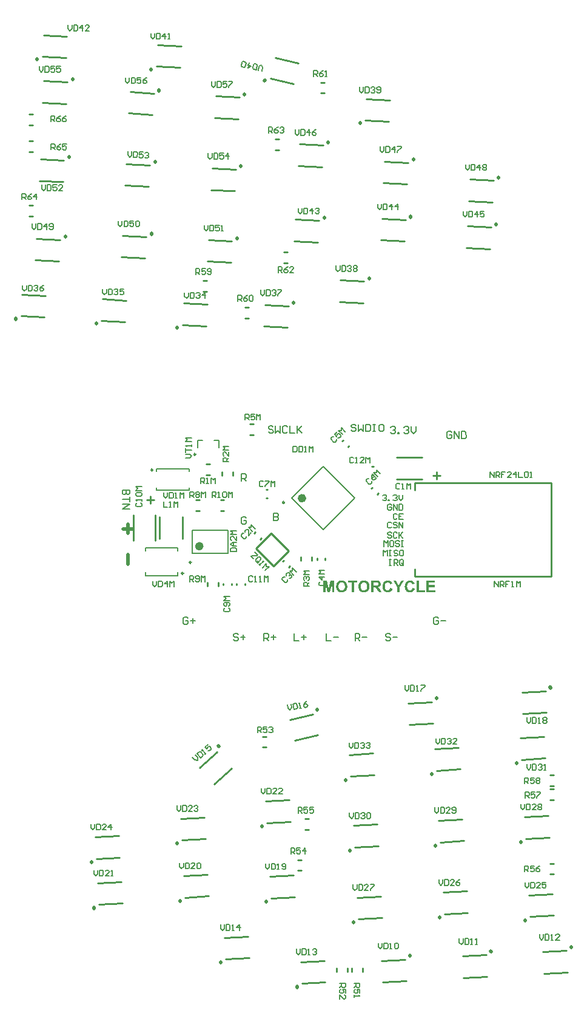
<source format=gto>
G04 Layer_Color=65535*
%FSLAX44Y44*%
%MOMM*%
G71*
G01*
G75*
%ADD22C,0.2000*%
%ADD37C,0.5000*%
%ADD91C,0.2540*%
%ADD92C,0.2500*%
%ADD93C,0.6000*%
G36*
X522494Y685312D02*
X517774D01*
Y672007D01*
X514534D01*
Y685312D01*
X509790D01*
Y688019D01*
X522494D01*
Y685312D01*
D02*
G37*
G36*
X532004Y688297D02*
X532236D01*
X532536Y688251D01*
X532883Y688204D01*
X533277Y688135D01*
X533693Y688042D01*
X534133Y687927D01*
X534596Y687788D01*
X535059Y687603D01*
X535545Y687394D01*
X536007Y687140D01*
X536470Y686839D01*
X536910Y686492D01*
X537326Y686099D01*
X537349Y686076D01*
X537419Y686006D01*
X537534Y685867D01*
X537650Y685705D01*
X537812Y685474D01*
X537997Y685196D01*
X538182Y684872D01*
X538391Y684502D01*
X538599Y684109D01*
X538784Y683646D01*
X538969Y683137D01*
X539131Y682605D01*
X539270Y682003D01*
X539362Y681378D01*
X539432Y680707D01*
X539455Y679990D01*
Y679943D01*
Y679828D01*
X539432Y679620D01*
Y679342D01*
X539386Y679018D01*
X539339Y678648D01*
X539270Y678208D01*
X539201Y677768D01*
X539085Y677282D01*
X538946Y676773D01*
X538761Y676264D01*
X538553Y675755D01*
X538321Y675269D01*
X538021Y674783D01*
X537696Y674321D01*
X537326Y673881D01*
X537303Y673858D01*
X537234Y673789D01*
X537118Y673673D01*
X536933Y673534D01*
X536725Y673372D01*
X536470Y673187D01*
X536169Y673002D01*
X535845Y672794D01*
X535452Y672585D01*
X535036Y672400D01*
X534573Y672215D01*
X534064Y672053D01*
X533531Y671914D01*
X532953Y671798D01*
X532351Y671729D01*
X531703Y671706D01*
X531541D01*
X531356Y671729D01*
X531125Y671752D01*
X530824Y671775D01*
X530477Y671822D01*
X530084Y671891D01*
X529667Y671984D01*
X529204Y672099D01*
X528765Y672238D01*
X528279Y672423D01*
X527816Y672632D01*
X527330Y672863D01*
X526890Y673164D01*
X526451Y673488D01*
X526034Y673881D01*
X526011Y673904D01*
X525942Y673974D01*
X525849Y674112D01*
X525710Y674274D01*
X525548Y674506D01*
X525363Y674783D01*
X525178Y675084D01*
X524993Y675454D01*
X524785Y675848D01*
X524600Y676311D01*
X524414Y676797D01*
X524253Y677329D01*
X524114Y677907D01*
X524021Y678532D01*
X523952Y679203D01*
X523929Y679897D01*
Y679920D01*
Y680013D01*
Y680129D01*
X523952Y680314D01*
Y680522D01*
X523975Y680753D01*
X523998Y681031D01*
X524021Y681332D01*
X524114Y681980D01*
X524229Y682674D01*
X524414Y683368D01*
X524646Y684016D01*
Y684039D01*
X524669Y684062D01*
X524715Y684132D01*
X524738Y684224D01*
X524877Y684456D01*
X525039Y684756D01*
X525247Y685104D01*
X525502Y685451D01*
X525803Y685844D01*
X526127Y686214D01*
X526150Y686237D01*
X526173Y686261D01*
X526289Y686376D01*
X526497Y686561D01*
X526752Y686770D01*
X527052Y687001D01*
X527399Y687256D01*
X527793Y687487D01*
X528209Y687672D01*
X528232D01*
X528279Y687695D01*
X528371Y687741D01*
X528487Y687765D01*
X528626Y687834D01*
X528788Y687880D01*
X528996Y687927D01*
X529204Y687996D01*
X529713Y688112D01*
X530292Y688227D01*
X530963Y688297D01*
X531657Y688320D01*
X531819D01*
X532004Y688297D01*
D02*
G37*
G36*
X630925Y685312D02*
X622294D01*
Y681772D01*
X630323D01*
Y679064D01*
X622294D01*
Y674714D01*
X631226D01*
Y672007D01*
X619055D01*
Y688019D01*
X630925D01*
Y685312D01*
D02*
G37*
G36*
X549428Y687996D02*
X549683D01*
X549937Y687973D01*
X550238D01*
X550840Y687904D01*
X551465Y687834D01*
X552043Y687718D01*
X552298Y687649D01*
X552529Y687579D01*
X552552D01*
X552575Y687556D01*
X552714Y687487D01*
X552922Y687371D01*
X553200Y687233D01*
X553501Y687001D01*
X553801Y686747D01*
X554102Y686423D01*
X554380Y686029D01*
Y686006D01*
X554403Y685983D01*
X554449Y685913D01*
X554496Y685844D01*
X554611Y685613D01*
X554750Y685312D01*
X554866Y684942D01*
X554982Y684525D01*
X555074Y684039D01*
X555097Y683530D01*
Y683507D01*
Y683461D01*
Y683345D01*
X555074Y683229D01*
Y683067D01*
X555051Y682905D01*
X554958Y682489D01*
X554843Y682003D01*
X554658Y681517D01*
X554380Y681008D01*
X554218Y680777D01*
X554033Y680545D01*
X554010Y680522D01*
X553987Y680499D01*
X553917Y680430D01*
X553825Y680360D01*
X553732Y680267D01*
X553593Y680152D01*
X553431Y680036D01*
X553246Y679920D01*
X553038Y679782D01*
X552783Y679666D01*
X552529Y679550D01*
X552251Y679435D01*
X551927Y679319D01*
X551603Y679226D01*
X551256Y679134D01*
X550863Y679064D01*
X550886D01*
X550909Y679041D01*
X551048Y678949D01*
X551233Y678833D01*
X551465Y678671D01*
X551742Y678463D01*
X552020Y678254D01*
X552321Y678000D01*
X552575Y677722D01*
X552598Y677699D01*
X552714Y677583D01*
X552853Y677398D01*
X553061Y677121D01*
X553339Y676773D01*
X553478Y676542D01*
X553640Y676311D01*
X553825Y676056D01*
X554010Y675779D01*
X554218Y675454D01*
X554426Y675131D01*
X556393Y672007D01*
X552506D01*
X550192Y675478D01*
X550169Y675501D01*
X550145Y675570D01*
X550076Y675663D01*
X549983Y675779D01*
X549891Y675917D01*
X549775Y676102D01*
X549521Y676473D01*
X549220Y676889D01*
X548942Y677259D01*
X548688Y677607D01*
X548572Y677722D01*
X548479Y677838D01*
X548456Y677861D01*
X548410Y677907D01*
X548317Y678000D01*
X548202Y678115D01*
X548040Y678208D01*
X547878Y678324D01*
X547693Y678416D01*
X547508Y678509D01*
X547485D01*
X547415Y678532D01*
X547299Y678578D01*
X547114Y678602D01*
X546883Y678648D01*
X546605Y678671D01*
X546281Y678694D01*
X545240D01*
Y672007D01*
X542000D01*
Y688019D01*
X549220D01*
X549428Y687996D01*
D02*
G37*
G36*
X608688Y674714D02*
X616741D01*
Y672007D01*
X605449D01*
Y687904D01*
X608688D01*
Y674714D01*
D02*
G37*
G36*
X565533Y688297D02*
X565788Y688274D01*
X566065Y688227D01*
X566389Y688181D01*
X566736Y688112D01*
X567107Y688019D01*
X567500Y687904D01*
X567893Y687765D01*
X568310Y687579D01*
X568703Y687394D01*
X569073Y687163D01*
X569467Y686885D01*
X569814Y686585D01*
X569837D01*
X569860Y686538D01*
X569930Y686469D01*
X569999Y686399D01*
X570092Y686284D01*
X570184Y686145D01*
X570439Y685821D01*
X570693Y685404D01*
X570971Y684895D01*
X571226Y684317D01*
X571457Y683646D01*
X568264Y682882D01*
Y682905D01*
X568241Y682928D01*
Y682998D01*
X568194Y683091D01*
X568125Y683299D01*
X568009Y683576D01*
X567847Y683900D01*
X567639Y684224D01*
X567361Y684548D01*
X567060Y684826D01*
X567014Y684849D01*
X566898Y684942D01*
X566713Y685057D01*
X566459Y685196D01*
X566135Y685335D01*
X565765Y685451D01*
X565348Y685543D01*
X564885Y685566D01*
X564723D01*
X564585Y685543D01*
X564446Y685520D01*
X564260Y685497D01*
X563867Y685404D01*
X563404Y685242D01*
X562919Y685011D01*
X562664Y684872D01*
X562433Y684710D01*
X562201Y684502D01*
X561993Y684271D01*
Y684248D01*
X561947Y684201D01*
X561900Y684132D01*
X561831Y684016D01*
X561738Y683877D01*
X561646Y683715D01*
X561553Y683507D01*
X561461Y683276D01*
X561345Y682998D01*
X561252Y682697D01*
X561160Y682350D01*
X561067Y681980D01*
X560998Y681563D01*
X560952Y681124D01*
X560928Y680638D01*
X560905Y680106D01*
Y680082D01*
Y679967D01*
Y679805D01*
X560928Y679620D01*
Y679365D01*
X560975Y679064D01*
X560998Y678763D01*
X561044Y678416D01*
X561183Y677699D01*
X561368Y676982D01*
X561484Y676635D01*
X561646Y676311D01*
X561808Y676010D01*
X561993Y675755D01*
X562016Y675732D01*
X562039Y675709D01*
X562109Y675640D01*
X562201Y675547D01*
X562433Y675362D01*
X562757Y675131D01*
X563150Y674876D01*
X563636Y674691D01*
X564191Y674529D01*
X564492Y674506D01*
X564816Y674483D01*
X564932D01*
X565024Y674506D01*
X565279Y674529D01*
X565579Y674575D01*
X565903Y674691D01*
X566274Y674830D01*
X566644Y675015D01*
X567014Y675293D01*
X567060Y675339D01*
X567176Y675454D01*
X567338Y675640D01*
X567523Y675917D01*
X567755Y676288D01*
X567963Y676727D01*
X568171Y677259D01*
X568356Y677884D01*
X571503Y676912D01*
Y676889D01*
X571480Y676797D01*
X571434Y676658D01*
X571364Y676473D01*
X571272Y676264D01*
X571179Y676010D01*
X571063Y675732D01*
X570925Y675431D01*
X570601Y674807D01*
X570184Y674159D01*
X569675Y673534D01*
X569398Y673256D01*
X569097Y673002D01*
X569073Y672979D01*
X569027Y672955D01*
X568935Y672886D01*
X568796Y672794D01*
X568634Y672701D01*
X568426Y672608D01*
X568194Y672493D01*
X567940Y672377D01*
X567639Y672238D01*
X567315Y672122D01*
X566968Y672030D01*
X566598Y671937D01*
X566204Y671845D01*
X565765Y671775D01*
X565325Y671752D01*
X564839Y671729D01*
X564700D01*
X564538Y671752D01*
X564307Y671775D01*
X564052Y671798D01*
X563728Y671845D01*
X563381Y671914D01*
X562988Y672007D01*
X562594Y672122D01*
X562178Y672261D01*
X561738Y672446D01*
X561299Y672655D01*
X560859Y672886D01*
X560419Y673187D01*
X560003Y673511D01*
X559609Y673904D01*
X559586Y673927D01*
X559517Y673997D01*
X559424Y674136D01*
X559286Y674297D01*
X559147Y674529D01*
X558962Y674783D01*
X558777Y675107D01*
X558591Y675478D01*
X558406Y675871D01*
X558221Y676311D01*
X558036Y676820D01*
X557897Y677352D01*
X557758Y677907D01*
X557666Y678532D01*
X557596Y679180D01*
X557573Y679874D01*
Y679897D01*
Y679920D01*
Y680059D01*
X557596Y680267D01*
Y680545D01*
X557643Y680869D01*
X557689Y681263D01*
X557735Y681679D01*
X557828Y682165D01*
X557943Y682651D01*
X558082Y683160D01*
X558244Y683669D01*
X558453Y684201D01*
X558684Y684710D01*
X558962Y685196D01*
X559262Y685659D01*
X559633Y686099D01*
X559656Y686122D01*
X559725Y686191D01*
X559841Y686307D01*
X560003Y686446D01*
X560211Y686608D01*
X560466Y686793D01*
X560743Y687001D01*
X561090Y687209D01*
X561461Y687418D01*
X561854Y687626D01*
X562317Y687811D01*
X562780Y687973D01*
X563312Y688112D01*
X563844Y688227D01*
X564446Y688297D01*
X565047Y688320D01*
X565325D01*
X565533Y688297D01*
D02*
G37*
G36*
X596609D02*
X596864Y688274D01*
X597142Y688227D01*
X597466Y688181D01*
X597813Y688112D01*
X598183Y688019D01*
X598576Y687904D01*
X598970Y687765D01*
X599386Y687579D01*
X599780Y687394D01*
X600150Y687163D01*
X600543Y686885D01*
X600890Y686585D01*
X600913D01*
X600937Y686538D01*
X601006Y686469D01*
X601075Y686399D01*
X601168Y686284D01*
X601260Y686145D01*
X601515Y685821D01*
X601769Y685404D01*
X602047Y684895D01*
X602302Y684317D01*
X602533Y683646D01*
X599340Y682882D01*
Y682905D01*
X599317Y682928D01*
Y682998D01*
X599271Y683091D01*
X599201Y683299D01*
X599085Y683576D01*
X598923Y683900D01*
X598715Y684224D01*
X598437Y684548D01*
X598137Y684826D01*
X598090Y684849D01*
X597975Y684942D01*
X597789Y685057D01*
X597535Y685196D01*
X597211Y685335D01*
X596841Y685451D01*
X596424Y685543D01*
X595961Y685566D01*
X595799D01*
X595661Y685543D01*
X595522Y685520D01*
X595337Y685497D01*
X594943Y685404D01*
X594481Y685242D01*
X593995Y685011D01*
X593740Y684872D01*
X593509Y684710D01*
X593277Y684502D01*
X593069Y684271D01*
Y684248D01*
X593023Y684201D01*
X592976Y684132D01*
X592907Y684016D01*
X592815Y683877D01*
X592722Y683715D01*
X592629Y683507D01*
X592537Y683276D01*
X592421Y682998D01*
X592329Y682697D01*
X592236Y682350D01*
X592144Y681980D01*
X592074Y681563D01*
X592028Y681124D01*
X592005Y680638D01*
X591982Y680106D01*
Y680082D01*
Y679967D01*
Y679805D01*
X592005Y679620D01*
Y679365D01*
X592051Y679064D01*
X592074Y678763D01*
X592120Y678416D01*
X592259Y677699D01*
X592444Y676982D01*
X592560Y676635D01*
X592722Y676311D01*
X592884Y676010D01*
X593069Y675755D01*
X593092Y675732D01*
X593115Y675709D01*
X593185Y675640D01*
X593277Y675547D01*
X593509Y675362D01*
X593833Y675131D01*
X594226Y674876D01*
X594712Y674691D01*
X595267Y674529D01*
X595568Y674506D01*
X595892Y674483D01*
X596008D01*
X596100Y674506D01*
X596355Y674529D01*
X596656Y674575D01*
X596980Y674691D01*
X597350Y674830D01*
X597720Y675015D01*
X598090Y675293D01*
X598137Y675339D01*
X598252Y675454D01*
X598414Y675640D01*
X598599Y675917D01*
X598831Y676288D01*
X599039Y676727D01*
X599247Y677259D01*
X599432Y677884D01*
X602579Y676912D01*
Y676889D01*
X602556Y676797D01*
X602510Y676658D01*
X602441Y676473D01*
X602348Y676264D01*
X602255Y676010D01*
X602140Y675732D01*
X602001Y675431D01*
X601677Y674807D01*
X601260Y674159D01*
X600751Y673534D01*
X600474Y673256D01*
X600173Y673002D01*
X600150Y672979D01*
X600103Y672955D01*
X600011Y672886D01*
X599872Y672794D01*
X599710Y672701D01*
X599502Y672608D01*
X599271Y672493D01*
X599016Y672377D01*
X598715Y672238D01*
X598391Y672122D01*
X598044Y672030D01*
X597674Y671937D01*
X597281Y671845D01*
X596841Y671775D01*
X596401Y671752D01*
X595915Y671729D01*
X595776D01*
X595614Y671752D01*
X595383Y671775D01*
X595129Y671798D01*
X594805Y671845D01*
X594458Y671914D01*
X594064Y672007D01*
X593671Y672122D01*
X593254Y672261D01*
X592815Y672446D01*
X592375Y672655D01*
X591935Y672886D01*
X591496Y673187D01*
X591079Y673511D01*
X590686Y673904D01*
X590663Y673927D01*
X590593Y673997D01*
X590501Y674136D01*
X590362Y674297D01*
X590223Y674529D01*
X590038Y674783D01*
X589853Y675107D01*
X589668Y675478D01*
X589482Y675871D01*
X589297Y676311D01*
X589112Y676820D01*
X588973Y677352D01*
X588835Y677907D01*
X588742Y678532D01*
X588673Y679180D01*
X588649Y679874D01*
Y679897D01*
Y679920D01*
Y680059D01*
X588673Y680267D01*
Y680545D01*
X588719Y680869D01*
X588765Y681263D01*
X588811Y681679D01*
X588904Y682165D01*
X589020Y682651D01*
X589159Y683160D01*
X589320Y683669D01*
X589529Y684201D01*
X589760Y684710D01*
X590038Y685196D01*
X590339Y685659D01*
X590709Y686099D01*
X590732Y686122D01*
X590801Y686191D01*
X590917Y686307D01*
X591079Y686446D01*
X591287Y686608D01*
X591542Y686793D01*
X591820Y687001D01*
X592167Y687209D01*
X592537Y687418D01*
X592930Y687626D01*
X593393Y687811D01*
X593856Y687973D01*
X594388Y688112D01*
X594920Y688227D01*
X595522Y688297D01*
X596124Y688320D01*
X596401D01*
X596609Y688297D01*
D02*
G37*
G36*
X581731Y678717D02*
Y672007D01*
X578491D01*
Y678740D01*
X572637Y688019D01*
X576409D01*
X580181Y681679D01*
X583860Y688019D01*
X587585D01*
X581731Y678717D01*
D02*
G37*
G36*
X490238Y672007D02*
X487253D01*
X487229Y684595D01*
X484082Y672007D01*
X480959D01*
X477812Y684595D01*
Y672007D01*
X474827D01*
Y688019D01*
X479663D01*
X482532Y677074D01*
X485378Y688019D01*
X490238D01*
Y672007D01*
D02*
G37*
G36*
X500928Y688297D02*
X501159D01*
X501460Y688251D01*
X501807Y688204D01*
X502201Y688135D01*
X502617Y688042D01*
X503057Y687927D01*
X503520Y687788D01*
X503982Y687603D01*
X504468Y687394D01*
X504931Y687140D01*
X505394Y686839D01*
X505834Y686492D01*
X506250Y686099D01*
X506273Y686076D01*
X506343Y686006D01*
X506458Y685867D01*
X506574Y685705D01*
X506736Y685474D01*
X506921Y685196D01*
X507106Y684872D01*
X507314Y684502D01*
X507523Y684109D01*
X507708Y683646D01*
X507893Y683137D01*
X508055Y682605D01*
X508194Y682003D01*
X508286Y681378D01*
X508356Y680707D01*
X508379Y679990D01*
Y679943D01*
Y679828D01*
X508356Y679620D01*
Y679342D01*
X508310Y679018D01*
X508263Y678648D01*
X508194Y678208D01*
X508124Y677768D01*
X508009Y677282D01*
X507870Y676773D01*
X507685Y676264D01*
X507477Y675755D01*
X507245Y675269D01*
X506944Y674783D01*
X506620Y674321D01*
X506250Y673881D01*
X506227Y673858D01*
X506157Y673789D01*
X506042Y673673D01*
X505857Y673534D01*
X505648Y673372D01*
X505394Y673187D01*
X505093Y673002D01*
X504769Y672794D01*
X504376Y672585D01*
X503959Y672400D01*
X503497Y672215D01*
X502987Y672053D01*
X502455Y671914D01*
X501877Y671798D01*
X501275Y671729D01*
X500627Y671706D01*
X500465D01*
X500280Y671729D01*
X500049Y671752D01*
X499748Y671775D01*
X499401Y671822D01*
X499007Y671891D01*
X498591Y671984D01*
X498128Y672099D01*
X497688Y672238D01*
X497203Y672423D01*
X496740Y672632D01*
X496254Y672863D01*
X495814Y673164D01*
X495374Y673488D01*
X494958Y673881D01*
X494935Y673904D01*
X494865Y673974D01*
X494773Y674112D01*
X494634Y674274D01*
X494472Y674506D01*
X494287Y674783D01*
X494102Y675084D01*
X493917Y675454D01*
X493708Y675848D01*
X493523Y676311D01*
X493338Y676797D01*
X493176Y677329D01*
X493037Y677907D01*
X492945Y678532D01*
X492876Y679203D01*
X492852Y679897D01*
Y679920D01*
Y680013D01*
Y680129D01*
X492876Y680314D01*
Y680522D01*
X492899Y680753D01*
X492922Y681031D01*
X492945Y681332D01*
X493037Y681980D01*
X493153Y682674D01*
X493338Y683368D01*
X493570Y684016D01*
Y684039D01*
X493593Y684062D01*
X493639Y684132D01*
X493662Y684224D01*
X493801Y684456D01*
X493963Y684756D01*
X494171Y685104D01*
X494426Y685451D01*
X494727Y685844D01*
X495051Y686214D01*
X495074Y686237D01*
X495097Y686261D01*
X495213Y686376D01*
X495421Y686561D01*
X495675Y686770D01*
X495976Y687001D01*
X496323Y687256D01*
X496717Y687487D01*
X497133Y687672D01*
X497156D01*
X497203Y687695D01*
X497295Y687741D01*
X497411Y687765D01*
X497550Y687834D01*
X497712Y687880D01*
X497920Y687927D01*
X498128Y687996D01*
X498637Y688112D01*
X499216Y688227D01*
X499887Y688297D01*
X500581Y688320D01*
X500743D01*
X500928Y688297D01*
D02*
G37*
%LPC*%
G36*
X531703Y685566D02*
X531518D01*
X531380Y685543D01*
X531194Y685520D01*
X531009Y685497D01*
X530546Y685404D01*
X530037Y685219D01*
X529760Y685127D01*
X529482Y684988D01*
X529227Y684826D01*
X528950Y684641D01*
X528695Y684433D01*
X528464Y684178D01*
X528441Y684155D01*
X528418Y684109D01*
X528348Y684039D01*
X528279Y683923D01*
X528186Y683762D01*
X528094Y683600D01*
X527978Y683391D01*
X527862Y683137D01*
X527747Y682859D01*
X527631Y682558D01*
X527538Y682211D01*
X527446Y681841D01*
X527376Y681424D01*
X527307Y680985D01*
X527284Y680522D01*
X527261Y680013D01*
Y679990D01*
Y679897D01*
Y679758D01*
X527284Y679573D01*
X527307Y679342D01*
X527330Y679064D01*
X527376Y678787D01*
X527423Y678463D01*
X527561Y677792D01*
X527793Y677121D01*
X527932Y676773D01*
X528094Y676450D01*
X528302Y676149D01*
X528510Y675871D01*
X528533Y675848D01*
X528580Y675802D01*
X528649Y675732D01*
X528742Y675663D01*
X528857Y675547D01*
X529019Y675431D01*
X529181Y675293D01*
X529389Y675177D01*
X529829Y674899D01*
X530384Y674691D01*
X530685Y674598D01*
X531009Y674529D01*
X531356Y674483D01*
X531703Y674460D01*
X531889D01*
X532027Y674483D01*
X532189Y674506D01*
X532374Y674529D01*
X532814Y674645D01*
X533323Y674807D01*
X533578Y674922D01*
X533855Y675038D01*
X534110Y675200D01*
X534388Y675385D01*
X534642Y675593D01*
X534874Y675848D01*
X534897Y675871D01*
X534920Y675917D01*
X534989Y675987D01*
X535059Y676102D01*
X535174Y676264D01*
X535267Y676450D01*
X535383Y676658D01*
X535498Y676912D01*
X535614Y677190D01*
X535730Y677491D01*
X535845Y677838D01*
X535938Y678231D01*
X536007Y678625D01*
X536077Y679064D01*
X536100Y679550D01*
X536123Y680059D01*
Y680082D01*
Y680175D01*
Y680314D01*
X536100Y680522D01*
X536077Y680753D01*
X536054Y681008D01*
X536031Y681309D01*
X535961Y681610D01*
X535822Y682281D01*
X535614Y682975D01*
X535475Y683322D01*
X535313Y683623D01*
X535105Y683923D01*
X534897Y684201D01*
X534874Y684224D01*
X534850Y684271D01*
X534781Y684317D01*
X534688Y684409D01*
X534550Y684525D01*
X534411Y684641D01*
X534249Y684756D01*
X534040Y684895D01*
X533832Y685011D01*
X533578Y685127D01*
X533046Y685358D01*
X532745Y685451D01*
X532421Y685497D01*
X532074Y685543D01*
X531703Y685566D01*
D02*
G37*
G36*
X548942Y685312D02*
X545240D01*
Y681239D01*
X548387D01*
X548850Y681263D01*
X549336Y681286D01*
X549822Y681309D01*
X550030Y681332D01*
X550215Y681355D01*
X550400Y681401D01*
X550516Y681424D01*
X550539D01*
X550608Y681471D01*
X550724Y681517D01*
X550840Y681586D01*
X551141Y681795D01*
X551279Y681934D01*
X551418Y682095D01*
X551441Y682119D01*
X551465Y682188D01*
X551534Y682281D01*
X551603Y682420D01*
X551650Y682605D01*
X551719Y682813D01*
X551742Y683044D01*
X551765Y683299D01*
Y683345D01*
Y683438D01*
X551742Y683576D01*
X551719Y683762D01*
X551650Y683970D01*
X551580Y684178D01*
X551465Y684409D01*
X551326Y684595D01*
X551302Y684618D01*
X551256Y684687D01*
X551141Y684756D01*
X551002Y684872D01*
X550840Y684988D01*
X550631Y685080D01*
X550377Y685173D01*
X550099Y685242D01*
X550076D01*
X550007Y685266D01*
X549868D01*
X549660Y685289D01*
X549151D01*
X548942Y685312D01*
D02*
G37*
G36*
X500627Y685566D02*
X500442D01*
X500303Y685543D01*
X500118Y685520D01*
X499933Y685497D01*
X499470Y685404D01*
X498961Y685219D01*
X498684Y685127D01*
X498406Y684988D01*
X498151Y684826D01*
X497874Y684641D01*
X497619Y684433D01*
X497388Y684178D01*
X497365Y684155D01*
X497341Y684109D01*
X497272Y684039D01*
X497203Y683923D01*
X497110Y683762D01*
X497017Y683600D01*
X496902Y683391D01*
X496786Y683137D01*
X496670Y682859D01*
X496555Y682558D01*
X496462Y682211D01*
X496370Y681841D01*
X496300Y681424D01*
X496231Y680985D01*
X496208Y680522D01*
X496184Y680013D01*
Y679990D01*
Y679897D01*
Y679758D01*
X496208Y679573D01*
X496231Y679342D01*
X496254Y679064D01*
X496300Y678787D01*
X496346Y678463D01*
X496485Y677792D01*
X496717Y677121D01*
X496856Y676773D01*
X497017Y676450D01*
X497226Y676149D01*
X497434Y675871D01*
X497457Y675848D01*
X497503Y675802D01*
X497573Y675732D01*
X497665Y675663D01*
X497781Y675547D01*
X497943Y675431D01*
X498105Y675293D01*
X498313Y675177D01*
X498753Y674899D01*
X499308Y674691D01*
X499609Y674598D01*
X499933Y674529D01*
X500280Y674483D01*
X500627Y674460D01*
X500812D01*
X500951Y674483D01*
X501113Y674506D01*
X501298Y674529D01*
X501738Y674645D01*
X502247Y674807D01*
X502501Y674922D01*
X502779Y675038D01*
X503034Y675200D01*
X503311Y675385D01*
X503566Y675593D01*
X503797Y675848D01*
X503820Y675871D01*
X503844Y675917D01*
X503913Y675987D01*
X503982Y676102D01*
X504098Y676264D01*
X504191Y676450D01*
X504306Y676658D01*
X504422Y676912D01*
X504538Y677190D01*
X504653Y677491D01*
X504769Y677838D01*
X504862Y678231D01*
X504931Y678625D01*
X505000Y679064D01*
X505024Y679550D01*
X505047Y680059D01*
Y680082D01*
Y680175D01*
Y680314D01*
X505024Y680522D01*
X505000Y680753D01*
X504977Y681008D01*
X504954Y681309D01*
X504885Y681610D01*
X504746Y682281D01*
X504538Y682975D01*
X504399Y683322D01*
X504237Y683623D01*
X504029Y683923D01*
X503820Y684201D01*
X503797Y684224D01*
X503774Y684271D01*
X503705Y684317D01*
X503612Y684409D01*
X503473Y684525D01*
X503335Y684641D01*
X503172Y684756D01*
X502964Y684895D01*
X502756Y685011D01*
X502501Y685127D01*
X501969Y685358D01*
X501669Y685451D01*
X501344Y685497D01*
X500997Y685543D01*
X500627Y685566D01*
D02*
G37*
%LPD*%
D22*
X270607Y374468D02*
Y369136D01*
X273273Y366470D01*
X275938Y369136D01*
Y374468D01*
X278604D02*
Y366470D01*
X282603D01*
X283936Y367803D01*
Y373135D01*
X282603Y374468D01*
X278604D01*
X291933Y366470D02*
X286602D01*
X291933Y371802D01*
Y373135D01*
X290600Y374468D01*
X287934D01*
X286602Y373135D01*
X294599D02*
X295932Y374468D01*
X298598D01*
X299931Y373135D01*
Y371802D01*
X298598Y370469D01*
X297265D01*
X298598D01*
X299931Y369136D01*
Y367803D01*
X298598Y366470D01*
X295932D01*
X294599Y367803D01*
X517967Y126288D02*
X525964D01*
Y122290D01*
X524631Y120957D01*
X521965D01*
X520633Y122290D01*
Y126288D01*
Y123623D02*
X517967Y120957D01*
X525964Y112959D02*
Y118291D01*
X521965D01*
X523298Y115625D01*
Y114292D01*
X521965Y112959D01*
X519300D01*
X517967Y114292D01*
Y116958D01*
X519300Y118291D01*
X517967Y110294D02*
Y107628D01*
Y108961D01*
X525964D01*
X524631Y110294D01*
X497967Y126288D02*
X505964D01*
Y122290D01*
X504631Y120957D01*
X501965D01*
X500633Y122290D01*
Y126288D01*
Y123623D02*
X497967Y120957D01*
X505964Y112959D02*
Y118291D01*
X501965D01*
X503298Y115625D01*
Y114292D01*
X501965Y112959D01*
X499300D01*
X497967Y114292D01*
Y116958D01*
X499300Y118291D01*
X497967Y104962D02*
Y110294D01*
X503298Y104962D01*
X504631D01*
X505964Y106295D01*
Y108961D01*
X504631Y110294D01*
X382967Y476288D02*
Y484286D01*
X386965D01*
X388298Y482953D01*
Y480287D01*
X386965Y478954D01*
X382967D01*
X385633D02*
X388298Y476288D01*
X396296Y484286D02*
X390964D01*
Y480287D01*
X393630Y481620D01*
X394963D01*
X396296Y480287D01*
Y477621D01*
X394963Y476288D01*
X392297D01*
X390964Y477621D01*
X398962Y482953D02*
X400294Y484286D01*
X402960D01*
X404293Y482953D01*
Y481620D01*
X402960Y480287D01*
X401627D01*
X402960D01*
X404293Y478954D01*
Y477621D01*
X402960Y476288D01*
X400294D01*
X398962Y477621D01*
X429631Y307206D02*
Y315204D01*
X433629D01*
X434962Y313871D01*
Y311205D01*
X433629Y309872D01*
X429631D01*
X432297D02*
X434962Y307206D01*
X442960Y315204D02*
X437628D01*
Y311205D01*
X440294Y312538D01*
X441627D01*
X442960Y311205D01*
Y308539D01*
X441627Y307206D01*
X438961D01*
X437628Y308539D01*
X449624Y307206D02*
Y315204D01*
X445626Y311205D01*
X450957D01*
X439821Y364124D02*
Y372122D01*
X443820D01*
X445152Y370789D01*
Y368123D01*
X443820Y366790D01*
X439821D01*
X442487D02*
X445152Y364124D01*
X453150Y372122D02*
X447818D01*
Y368123D01*
X450484Y369456D01*
X451817D01*
X453150Y368123D01*
Y365457D01*
X451817Y364124D01*
X449151D01*
X447818Y365457D01*
X461147Y372122D02*
X455816D01*
Y368123D01*
X458481Y369456D01*
X459814D01*
X461147Y368123D01*
Y365457D01*
X459814Y364124D01*
X457149D01*
X455816Y365457D01*
X755967Y282288D02*
Y290286D01*
X759966D01*
X761298Y288953D01*
Y286287D01*
X759966Y284954D01*
X755967D01*
X758633D02*
X761298Y282288D01*
X769296Y290286D02*
X763964D01*
Y286287D01*
X766630Y287620D01*
X767963D01*
X769296Y286287D01*
Y283621D01*
X767963Y282288D01*
X765297D01*
X763964Y283621D01*
X777293Y290286D02*
X774627Y288953D01*
X771962Y286287D01*
Y283621D01*
X773295Y282288D01*
X775960D01*
X777293Y283621D01*
Y284954D01*
X775960Y286287D01*
X771962D01*
X756967Y385288D02*
Y393286D01*
X760965D01*
X762298Y391953D01*
Y389287D01*
X760965Y387954D01*
X756967D01*
X759633D02*
X762298Y385288D01*
X770296Y393286D02*
X764964D01*
Y389287D01*
X767630Y390620D01*
X768963D01*
X770296Y389287D01*
Y386621D01*
X768963Y385288D01*
X766297D01*
X764964Y386621D01*
X772962Y393286D02*
X778293D01*
Y391953D01*
X772962Y386621D01*
Y385288D01*
X755967Y405288D02*
Y413286D01*
X759966D01*
X761298Y411953D01*
Y409287D01*
X759966Y407954D01*
X755967D01*
X758633D02*
X761298Y405288D01*
X769296Y413286D02*
X763964D01*
Y409287D01*
X766630Y410620D01*
X767963D01*
X769296Y409287D01*
Y406621D01*
X767963Y405288D01*
X765297D01*
X763964Y406621D01*
X771962Y411953D02*
X773295Y413286D01*
X775960D01*
X777293Y411953D01*
Y410620D01*
X775960Y409287D01*
X777293Y407954D01*
Y406621D01*
X775960Y405288D01*
X773295D01*
X771962Y406621D01*
Y407954D01*
X773295Y409287D01*
X771962Y410620D01*
Y411953D01*
X773295Y409287D02*
X775960D01*
X551785Y182920D02*
Y177588D01*
X554451Y174922D01*
X557116Y177588D01*
Y182920D01*
X559782D02*
Y174922D01*
X563781D01*
X565114Y176255D01*
Y181587D01*
X563781Y182920D01*
X559782D01*
X567780Y174922D02*
X570445D01*
X569113D01*
Y182920D01*
X567780Y181587D01*
X574444D02*
X575777Y182920D01*
X578443D01*
X579776Y181587D01*
Y176255D01*
X578443Y174922D01*
X575777D01*
X574444Y176255D01*
Y181587D01*
X664815Y189032D02*
Y183700D01*
X667481Y181034D01*
X670146Y183700D01*
Y189032D01*
X672812D02*
Y181034D01*
X676811D01*
X678144Y182367D01*
Y187699D01*
X676811Y189032D01*
X672812D01*
X680810Y181034D02*
X683475D01*
X682142D01*
Y189032D01*
X680810Y187699D01*
X687474Y181034D02*
X690140D01*
X688807D01*
Y189032D01*
X687474Y187699D01*
X776829Y195112D02*
Y189780D01*
X779495Y187114D01*
X782160Y189780D01*
Y195112D01*
X784826D02*
Y187114D01*
X788825D01*
X790158Y188447D01*
Y193779D01*
X788825Y195112D01*
X784826D01*
X792824Y187114D02*
X795489D01*
X794156D01*
Y195112D01*
X792824Y193779D01*
X804820Y187114D02*
X799488D01*
X804820Y192446D01*
Y193779D01*
X803487Y195112D01*
X800821D01*
X799488Y193779D01*
X437465Y174614D02*
Y169282D01*
X440131Y166616D01*
X442796Y169282D01*
Y174614D01*
X445462D02*
Y166616D01*
X449461D01*
X450794Y167949D01*
Y173281D01*
X449461Y174614D01*
X445462D01*
X453460Y166616D02*
X456125D01*
X454793D01*
Y174614D01*
X453460Y173281D01*
X460124D02*
X461457Y174614D01*
X464123D01*
X465456Y173281D01*
Y171948D01*
X464123Y170615D01*
X462790D01*
X464123D01*
X465456Y169282D01*
Y167949D01*
X464123Y166616D01*
X461457D01*
X460124Y167949D01*
X331487Y208542D02*
Y203210D01*
X334153Y200544D01*
X336818Y203210D01*
Y208542D01*
X339484D02*
Y200544D01*
X343483D01*
X344816Y201877D01*
Y207209D01*
X343483Y208542D01*
X339484D01*
X347482Y200544D02*
X350147D01*
X348815D01*
Y208542D01*
X347482Y207209D01*
X358145Y200544D02*
Y208542D01*
X354146Y204543D01*
X359478D01*
X292249Y442049D02*
X295604Y437906D01*
X299353Y437511D01*
X299747Y441261D01*
X296392Y445404D01*
X298464Y447082D02*
X303497Y440867D01*
X306604Y443383D01*
X306801Y445258D01*
X303446Y449401D01*
X301571Y449598D01*
X298464Y447082D01*
X309712Y445900D02*
X311784Y447577D01*
X310748Y446739D01*
X305715Y452954D01*
X305518Y451079D01*
X314002Y459664D02*
X309858Y456309D01*
X312375Y453201D01*
X313608Y455915D01*
X314643Y456754D01*
X316518Y456557D01*
X318196Y454485D01*
X317999Y452610D01*
X315927Y450933D01*
X314052Y451130D01*
X424578Y515164D02*
X425504Y509914D01*
X428592Y507751D01*
X430755Y510840D01*
X429829Y516090D01*
X432454Y516553D02*
X433843Y508677D01*
X437781Y509371D01*
X438862Y510916D01*
X437936Y516166D01*
X436392Y517247D01*
X432454Y516553D01*
X441719Y510066D02*
X444344Y510529D01*
X443031Y510297D01*
X441642Y518173D01*
X440561Y516629D01*
X452144Y520025D02*
X449750Y518249D01*
X447588Y515161D01*
X448050Y512536D01*
X449595Y511455D01*
X452220Y511917D01*
X453301Y513462D01*
X453070Y514774D01*
X451525Y515855D01*
X447588Y515161D01*
X588853Y542092D02*
Y536760D01*
X591519Y534094D01*
X594184Y536760D01*
Y542092D01*
X596850D02*
Y534094D01*
X600849D01*
X602182Y535427D01*
Y540759D01*
X600849Y542092D01*
X596850D01*
X604848Y534094D02*
X607513D01*
X606180D01*
Y542092D01*
X604848Y540759D01*
X611512Y542092D02*
X616844D01*
Y540759D01*
X611512Y535427D01*
Y534094D01*
X758967Y497286D02*
Y491954D01*
X761633Y489288D01*
X764298Y491954D01*
Y497286D01*
X766964D02*
Y489288D01*
X770963D01*
X772296Y490621D01*
Y495953D01*
X770963Y497286D01*
X766964D01*
X774962Y489288D02*
X777627D01*
X776294D01*
Y497286D01*
X774962Y495953D01*
X781626D02*
X782959Y497286D01*
X785625D01*
X786958Y495953D01*
Y494620D01*
X785625Y493287D01*
X786958Y491954D01*
Y490621D01*
X785625Y489288D01*
X782959D01*
X781626Y490621D01*
Y491954D01*
X782959Y493287D01*
X781626Y494620D01*
Y495953D01*
X782959Y493287D02*
X785625D01*
X394554Y293465D02*
Y288133D01*
X397220Y285467D01*
X399886Y288133D01*
Y293465D01*
X402552D02*
Y285467D01*
X406550D01*
X407883Y286800D01*
Y292132D01*
X406550Y293465D01*
X402552D01*
X410549Y285467D02*
X413215D01*
X411882D01*
Y293465D01*
X410549Y292132D01*
X417214Y286800D02*
X418546Y285467D01*
X421212D01*
X422545Y286800D01*
Y292132D01*
X421212Y293465D01*
X418546D01*
X417214Y292132D01*
Y290799D01*
X418546Y289466D01*
X422545D01*
X274417Y294490D02*
Y289158D01*
X277083Y286492D01*
X279748Y289158D01*
Y294490D01*
X282414D02*
Y286492D01*
X286413D01*
X287746Y287825D01*
Y293157D01*
X286413Y294490D01*
X282414D01*
X295743Y286492D02*
X290412D01*
X295743Y291824D01*
Y293157D01*
X294410Y294490D01*
X291744D01*
X290412Y293157D01*
X298409D02*
X299742Y294490D01*
X302408D01*
X303741Y293157D01*
Y287825D01*
X302408Y286492D01*
X299742D01*
X298409Y287825D01*
Y293157D01*
X154565Y284497D02*
Y279165D01*
X157231Y276499D01*
X159897Y279165D01*
Y284497D01*
X162563D02*
Y276499D01*
X166562D01*
X167894Y277832D01*
Y283164D01*
X166562Y284497D01*
X162563D01*
X175892Y276499D02*
X170560D01*
X175892Y281831D01*
Y283164D01*
X174559Y284497D01*
X171893D01*
X170560Y283164D01*
X178558Y276499D02*
X181223D01*
X179890D01*
Y284497D01*
X178558Y283164D01*
X388499Y398559D02*
Y393227D01*
X391165Y390561D01*
X393831Y393227D01*
Y398559D01*
X396497D02*
Y390561D01*
X400495D01*
X401828Y391894D01*
Y397226D01*
X400495Y398559D01*
X396497D01*
X409826Y390561D02*
X404494D01*
X409826Y395893D01*
Y397226D01*
X408493Y398559D01*
X405827D01*
X404494Y397226D01*
X417823Y390561D02*
X412492D01*
X417823Y395893D01*
Y397226D01*
X416490Y398559D01*
X413825D01*
X412492Y397226D01*
X150529Y348560D02*
Y343228D01*
X153195Y340562D01*
X155860Y343228D01*
Y348560D01*
X158526D02*
Y340562D01*
X162525D01*
X163858Y341895D01*
Y347227D01*
X162525Y348560D01*
X158526D01*
X171855Y340562D02*
X166524D01*
X171855Y345894D01*
Y347227D01*
X170522Y348560D01*
X167857D01*
X166524Y347227D01*
X178520Y340562D02*
Y348560D01*
X174521Y344561D01*
X179853D01*
X756581Y267590D02*
Y262258D01*
X759247Y259592D01*
X761912Y262258D01*
Y267590D01*
X764578D02*
Y259592D01*
X768577D01*
X769910Y260925D01*
Y266257D01*
X768577Y267590D01*
X764578D01*
X777907Y259592D02*
X772576D01*
X777907Y264924D01*
Y266257D01*
X776574Y267590D01*
X773908D01*
X772576Y266257D01*
X785905Y267590D02*
X780573D01*
Y263591D01*
X783239Y264924D01*
X784572D01*
X785905Y263591D01*
Y260925D01*
X784572Y259592D01*
X781906D01*
X780573Y260925D01*
X636389Y271410D02*
Y266078D01*
X639055Y263412D01*
X641720Y266078D01*
Y271410D01*
X644386D02*
Y263412D01*
X648385D01*
X649718Y264745D01*
Y270077D01*
X648385Y271410D01*
X644386D01*
X657715Y263412D02*
X652384D01*
X657715Y268744D01*
Y270077D01*
X656382Y271410D01*
X653717D01*
X652384Y270077D01*
X665713Y271410D02*
X663047Y270077D01*
X660381Y267411D01*
Y264745D01*
X661714Y263412D01*
X664380D01*
X665713Y264745D01*
Y266078D01*
X664380Y267411D01*
X660381D01*
X516495Y264486D02*
Y259154D01*
X519161Y256488D01*
X521826Y259154D01*
Y264486D01*
X524492D02*
Y256488D01*
X528491D01*
X529824Y257821D01*
Y263153D01*
X528491Y264486D01*
X524492D01*
X537821Y256488D02*
X532490D01*
X537821Y261820D01*
Y263153D01*
X536488Y264486D01*
X533823D01*
X532490Y263153D01*
X540487Y264486D02*
X545819D01*
Y263153D01*
X540487Y257821D01*
Y256488D01*
X750513Y376578D02*
Y371246D01*
X753179Y368580D01*
X755844Y371246D01*
Y376578D01*
X758510D02*
Y368580D01*
X762509D01*
X763842Y369913D01*
Y375245D01*
X762509Y376578D01*
X758510D01*
X771839Y368580D02*
X766508D01*
X771839Y373912D01*
Y375245D01*
X770506Y376578D01*
X767840D01*
X766508Y375245D01*
X774505D02*
X775838Y376578D01*
X778504D01*
X779837Y375245D01*
Y373912D01*
X778504Y372579D01*
X779837Y371246D01*
Y369913D01*
X778504Y368580D01*
X775838D01*
X774505Y369913D01*
Y371246D01*
X775838Y372579D01*
X774505Y373912D01*
Y375245D01*
X775838Y372579D02*
X778504D01*
X630689Y371944D02*
Y366612D01*
X633355Y363946D01*
X636020Y366612D01*
Y371944D01*
X638686D02*
Y363946D01*
X642685D01*
X644018Y365279D01*
Y370611D01*
X642685Y371944D01*
X638686D01*
X652015Y363946D02*
X646684D01*
X652015Y369278D01*
Y370611D01*
X650682Y371944D01*
X648017D01*
X646684Y370611D01*
X654681Y365279D02*
X656014Y363946D01*
X658680D01*
X660013Y365279D01*
Y370611D01*
X658680Y371944D01*
X656014D01*
X654681Y370611D01*
Y369278D01*
X656014Y367945D01*
X660013D01*
X511549Y364432D02*
Y359100D01*
X514215Y356434D01*
X516880Y359100D01*
Y364432D01*
X519546D02*
Y356434D01*
X523545D01*
X524878Y357767D01*
Y363099D01*
X523545Y364432D01*
X519546D01*
X527544Y363099D02*
X528876Y364432D01*
X531542D01*
X532875Y363099D01*
Y361766D01*
X531542Y360433D01*
X530209D01*
X531542D01*
X532875Y359100D01*
Y357767D01*
X531542Y356434D01*
X528876D01*
X527544Y357767D01*
X535541Y363099D02*
X536874Y364432D01*
X539540D01*
X540873Y363099D01*
Y357767D01*
X539540Y356434D01*
X536874D01*
X535541Y357767D01*
Y363099D01*
X758967Y432286D02*
Y426954D01*
X761633Y424288D01*
X764298Y426954D01*
Y432286D01*
X766964D02*
Y424288D01*
X770963D01*
X772296Y425621D01*
Y430953D01*
X770963Y432286D01*
X766964D01*
X774962Y430953D02*
X776294Y432286D01*
X778960D01*
X780293Y430953D01*
Y429620D01*
X778960Y428287D01*
X777627D01*
X778960D01*
X780293Y426954D01*
Y425621D01*
X778960Y424288D01*
X776294D01*
X774962Y425621D01*
X782959Y424288D02*
X785625D01*
X784292D01*
Y432286D01*
X782959Y430953D01*
X631967Y468286D02*
Y462954D01*
X634633Y460288D01*
X637298Y462954D01*
Y468286D01*
X639964D02*
Y460288D01*
X643963D01*
X645296Y461621D01*
Y466953D01*
X643963Y468286D01*
X639964D01*
X647962Y466953D02*
X649295Y468286D01*
X651960D01*
X653293Y466953D01*
Y465620D01*
X651960Y464287D01*
X650627D01*
X651960D01*
X653293Y462954D01*
Y461621D01*
X651960Y460288D01*
X649295D01*
X647962Y461621D01*
X661291Y460288D02*
X655959D01*
X661291Y465620D01*
Y466953D01*
X659958Y468286D01*
X657292D01*
X655959Y466953D01*
X510967Y462286D02*
Y456954D01*
X513633Y454288D01*
X516298Y456954D01*
Y462286D01*
X518964D02*
Y454288D01*
X522963D01*
X524296Y455621D01*
Y460953D01*
X522963Y462286D01*
X518964D01*
X526962Y460953D02*
X528294Y462286D01*
X530960D01*
X532293Y460953D01*
Y459620D01*
X530960Y458287D01*
X529627D01*
X530960D01*
X532293Y456954D01*
Y455621D01*
X530960Y454288D01*
X528294D01*
X526962Y455621D01*
X534959Y460953D02*
X536292Y462286D01*
X538958D01*
X540291Y460953D01*
Y459620D01*
X538958Y458287D01*
X537625D01*
X538958D01*
X540291Y456954D01*
Y455621D01*
X538958Y454288D01*
X536292D01*
X534959Y455621D01*
X318861Y1383699D02*
Y1378368D01*
X321527Y1375702D01*
X324192Y1378368D01*
Y1383699D01*
X326858D02*
Y1375702D01*
X330857D01*
X332190Y1377035D01*
Y1382366D01*
X330857Y1383699D01*
X326858D01*
X340187D02*
X334856D01*
Y1379700D01*
X337521Y1381033D01*
X338854D01*
X340187Y1379700D01*
Y1377035D01*
X338854Y1375702D01*
X336189D01*
X334856Y1377035D01*
X342853Y1383699D02*
X348185D01*
Y1382366D01*
X342853Y1377035D01*
Y1375702D01*
X198965Y1389263D02*
Y1383931D01*
X201631Y1381266D01*
X204296Y1383931D01*
Y1389263D01*
X206962D02*
Y1381266D01*
X210961D01*
X212294Y1382599D01*
Y1387930D01*
X210961Y1389263D01*
X206962D01*
X220291D02*
X214960D01*
Y1385264D01*
X217625Y1386597D01*
X218958D01*
X220291Y1385264D01*
Y1382599D01*
X218958Y1381266D01*
X216292D01*
X214960Y1382599D01*
X228289Y1389263D02*
X225623Y1387930D01*
X222957Y1385264D01*
Y1382599D01*
X224290Y1381266D01*
X226956D01*
X228289Y1382599D01*
Y1383931D01*
X226956Y1385264D01*
X222957D01*
X78581Y1405067D02*
Y1399736D01*
X81247Y1397070D01*
X83912Y1399736D01*
Y1405067D01*
X86578D02*
Y1397070D01*
X90577D01*
X91910Y1398403D01*
Y1403734D01*
X90577Y1405067D01*
X86578D01*
X99907D02*
X94576D01*
Y1401069D01*
X97241Y1402401D01*
X98574D01*
X99907Y1401069D01*
Y1398403D01*
X98574Y1397070D01*
X95908D01*
X94576Y1398403D01*
X107905Y1405067D02*
X102573D01*
Y1401069D01*
X105239Y1402401D01*
X106572D01*
X107905Y1401069D01*
Y1398403D01*
X106572Y1397070D01*
X103906D01*
X102573Y1398403D01*
X314237Y1283889D02*
Y1278558D01*
X316903Y1275892D01*
X319568Y1278558D01*
Y1283889D01*
X322234D02*
Y1275892D01*
X326233D01*
X327566Y1277225D01*
Y1282556D01*
X326233Y1283889D01*
X322234D01*
X335563D02*
X330232D01*
Y1279891D01*
X332897Y1281223D01*
X334230D01*
X335563Y1279891D01*
Y1277225D01*
X334230Y1275892D01*
X331564D01*
X330232Y1277225D01*
X342228Y1275892D02*
Y1283889D01*
X338229Y1279891D01*
X343561D01*
X202137Y1286486D02*
X201858Y1281162D01*
X204380Y1278360D01*
X207182Y1280883D01*
X207461Y1286207D01*
X210123Y1286068D02*
X209705Y1278081D01*
X213698Y1277872D01*
X215099Y1279133D01*
X215378Y1284458D01*
X214116Y1285858D01*
X210123Y1286068D01*
X223434Y1285370D02*
X218110Y1285649D01*
X217901Y1281656D01*
X220632Y1282847D01*
X221964Y1282778D01*
X223225Y1281377D01*
X223085Y1278715D01*
X221684Y1277453D01*
X219022Y1277593D01*
X217761Y1278994D01*
X226026Y1283899D02*
X227427Y1285161D01*
X230089Y1285021D01*
X231351Y1283620D01*
X231281Y1282289D01*
X229880Y1281028D01*
X228549Y1281098D01*
X229880Y1281028D01*
X231141Y1279627D01*
X231072Y1278296D01*
X229671Y1277035D01*
X227009Y1277174D01*
X225747Y1278575D01*
X81597Y1239673D02*
Y1234342D01*
X84263Y1231676D01*
X86928Y1234342D01*
Y1239673D01*
X89594D02*
Y1231676D01*
X93593D01*
X94926Y1233009D01*
Y1238340D01*
X93593Y1239673D01*
X89594D01*
X102923D02*
X97592D01*
Y1235675D01*
X100257Y1237007D01*
X101590D01*
X102923Y1235675D01*
Y1233009D01*
X101590Y1231676D01*
X98925D01*
X97592Y1233009D01*
X110921Y1231676D02*
X105589D01*
X110921Y1237007D01*
Y1238340D01*
X109588Y1239673D01*
X106922D01*
X105589Y1238340D01*
X308451Y1183563D02*
Y1178232D01*
X311117Y1175566D01*
X313782Y1178232D01*
Y1183563D01*
X316448D02*
Y1175566D01*
X320447D01*
X321780Y1176899D01*
Y1182230D01*
X320447Y1183563D01*
X316448D01*
X329777D02*
X324446D01*
Y1179565D01*
X327111Y1180897D01*
X328444D01*
X329777Y1179565D01*
Y1176899D01*
X328444Y1175566D01*
X325779D01*
X324446Y1176899D01*
X332443Y1175566D02*
X335109D01*
X333776D01*
Y1183563D01*
X332443Y1182230D01*
X188801Y1189674D02*
Y1184343D01*
X191467Y1181677D01*
X194133Y1184343D01*
Y1189674D01*
X196799D02*
Y1181677D01*
X200798D01*
X202130Y1183010D01*
Y1188341D01*
X200798Y1189674D01*
X196799D01*
X210128D02*
X204796D01*
Y1185676D01*
X207462Y1187008D01*
X208795D01*
X210128Y1185676D01*
Y1183010D01*
X208795Y1181677D01*
X206129D01*
X204796Y1183010D01*
X212794Y1188341D02*
X214126Y1189674D01*
X216792D01*
X218125Y1188341D01*
Y1183010D01*
X216792Y1181677D01*
X214126D01*
X212794Y1183010D01*
Y1188341D01*
X68377Y1185480D02*
Y1180149D01*
X71043Y1177483D01*
X73709Y1180149D01*
Y1185480D01*
X76375D02*
Y1177483D01*
X80373D01*
X81706Y1178816D01*
Y1184147D01*
X80373Y1185480D01*
X76375D01*
X88371Y1177483D02*
Y1185480D01*
X84372Y1181481D01*
X89704D01*
X92370Y1178816D02*
X93702Y1177483D01*
X96368D01*
X97701Y1178816D01*
Y1184147D01*
X96368Y1185480D01*
X93702D01*
X92370Y1184147D01*
Y1182814D01*
X93702Y1181481D01*
X97701D01*
X673445Y1268145D02*
Y1262814D01*
X676111Y1260148D01*
X678776Y1262814D01*
Y1268145D01*
X681442D02*
Y1260148D01*
X685441D01*
X686774Y1261481D01*
Y1266812D01*
X685441Y1268145D01*
X681442D01*
X693438Y1260148D02*
Y1268145D01*
X689440Y1264146D01*
X694771D01*
X697437Y1266812D02*
X698770Y1268145D01*
X701436D01*
X702769Y1266812D01*
Y1265479D01*
X701436Y1264146D01*
X702769Y1262814D01*
Y1261481D01*
X701436Y1260148D01*
X698770D01*
X697437Y1261481D01*
Y1262814D01*
X698770Y1264146D01*
X697437Y1265479D01*
Y1266812D01*
X698770Y1264146D02*
X701436D01*
X554319Y1293037D02*
Y1287706D01*
X556985Y1285040D01*
X559650Y1287706D01*
Y1293037D01*
X562316D02*
Y1285040D01*
X566315D01*
X567648Y1286373D01*
Y1291704D01*
X566315Y1293037D01*
X562316D01*
X574312Y1285040D02*
Y1293037D01*
X570314Y1289039D01*
X575645D01*
X578311Y1293037D02*
X583643D01*
Y1291704D01*
X578311Y1286373D01*
Y1285040D01*
X435693Y1316925D02*
Y1311593D01*
X438359Y1308928D01*
X441024Y1311593D01*
Y1316925D01*
X443690D02*
Y1308928D01*
X447689D01*
X449022Y1310261D01*
Y1315592D01*
X447689Y1316925D01*
X443690D01*
X455686Y1308928D02*
Y1316925D01*
X451688Y1312926D01*
X457019D01*
X465017Y1316925D02*
X462351Y1315592D01*
X459685Y1312926D01*
Y1310261D01*
X461018Y1308928D01*
X463684D01*
X465017Y1310261D01*
Y1311593D01*
X463684Y1312926D01*
X459685D01*
X670135Y1202867D02*
Y1197536D01*
X672801Y1194870D01*
X675466Y1197536D01*
Y1202867D01*
X678132D02*
Y1194870D01*
X682131D01*
X683464Y1196203D01*
Y1201534D01*
X682131Y1202867D01*
X678132D01*
X690128Y1194870D02*
Y1202867D01*
X686130Y1198868D01*
X691461D01*
X699459Y1202867D02*
X694127D01*
Y1198868D01*
X696793Y1200201D01*
X698126D01*
X699459Y1198868D01*
Y1196203D01*
X698126Y1194870D01*
X695460D01*
X694127Y1196203D01*
X550767Y1213273D02*
Y1207942D01*
X553433Y1205276D01*
X556098Y1207942D01*
Y1213273D01*
X558764D02*
Y1205276D01*
X562763D01*
X564096Y1206609D01*
Y1211940D01*
X562763Y1213273D01*
X558764D01*
X570760Y1205276D02*
Y1213273D01*
X566762Y1209275D01*
X572093D01*
X578758Y1205276D02*
Y1213273D01*
X574759Y1209275D01*
X580091D01*
X439847Y1207423D02*
Y1202092D01*
X442513Y1199426D01*
X445178Y1202092D01*
Y1207423D01*
X447844D02*
Y1199426D01*
X451843D01*
X453176Y1200759D01*
Y1206090D01*
X451843Y1207423D01*
X447844D01*
X459840Y1199426D02*
Y1207423D01*
X455842Y1203425D01*
X461173D01*
X463839Y1206090D02*
X465172Y1207423D01*
X467838D01*
X469171Y1206090D01*
Y1204757D01*
X467838Y1203425D01*
X466505D01*
X467838D01*
X469171Y1202092D01*
Y1200759D01*
X467838Y1199426D01*
X465172D01*
X463839Y1200759D01*
X234021Y1451001D02*
Y1445670D01*
X236687Y1443004D01*
X239352Y1445670D01*
Y1451001D01*
X242018D02*
Y1443004D01*
X246017D01*
X247350Y1444337D01*
Y1449668D01*
X246017Y1451001D01*
X242018D01*
X254014Y1443004D02*
Y1451001D01*
X250016Y1447003D01*
X255347D01*
X258013Y1443004D02*
X260679D01*
X259346D01*
Y1451001D01*
X258013Y1449668D01*
X389237Y1398595D02*
X390255Y1403829D01*
X388147Y1406955D01*
X385021Y1404846D01*
X384004Y1399613D01*
X381387Y1400121D02*
X382913Y1407972D01*
X378988Y1408735D01*
X377425Y1407681D01*
X376408Y1402447D01*
X377462Y1400884D01*
X381387Y1400121D01*
X371137Y1410261D02*
X369611Y1402410D01*
X374300Y1405573D01*
X369066Y1406590D01*
X365940Y1404482D02*
X364378Y1403428D01*
X361761Y1403936D01*
X360707Y1405499D01*
X361724Y1410733D01*
X363287Y1411787D01*
X365904Y1411278D01*
X366958Y1409715D01*
X365940Y1404482D01*
X525647Y1376091D02*
Y1370759D01*
X528313Y1368093D01*
X530978Y1370759D01*
Y1376091D01*
X533644D02*
Y1368093D01*
X537643D01*
X538976Y1369426D01*
Y1374758D01*
X537643Y1376091D01*
X533644D01*
X541642Y1374758D02*
X542975Y1376091D01*
X545640D01*
X546973Y1374758D01*
Y1373425D01*
X545640Y1372092D01*
X544307D01*
X545640D01*
X546973Y1370759D01*
Y1369426D01*
X545640Y1368093D01*
X542975D01*
X541642Y1369426D01*
X549639D02*
X550972Y1368093D01*
X553638D01*
X554971Y1369426D01*
Y1374758D01*
X553638Y1376091D01*
X550972D01*
X549639Y1374758D01*
Y1373425D01*
X550972Y1372092D01*
X554971D01*
X387443Y1093206D02*
Y1087875D01*
X390109Y1085209D01*
X392775Y1087875D01*
Y1093206D01*
X395441D02*
Y1085209D01*
X399440D01*
X400772Y1086542D01*
Y1091873D01*
X399440Y1093206D01*
X395441D01*
X403438Y1091873D02*
X404771Y1093206D01*
X407437D01*
X408770Y1091873D01*
Y1090540D01*
X407437Y1089208D01*
X406104D01*
X407437D01*
X408770Y1087875D01*
Y1086542D01*
X407437Y1085209D01*
X404771D01*
X403438Y1086542D01*
X411436Y1093206D02*
X416767D01*
Y1091873D01*
X411436Y1086542D01*
Y1085209D01*
X55097Y1099923D02*
Y1094592D01*
X57763Y1091926D01*
X60428Y1094592D01*
Y1099923D01*
X63094D02*
Y1091926D01*
X67093D01*
X68426Y1093259D01*
Y1098590D01*
X67093Y1099923D01*
X63094D01*
X71092Y1098590D02*
X72425Y1099923D01*
X75090D01*
X76423Y1098590D01*
Y1097257D01*
X75090Y1095925D01*
X73757D01*
X75090D01*
X76423Y1094592D01*
Y1093259D01*
X75090Y1091926D01*
X72425D01*
X71092Y1093259D01*
X84421Y1099923D02*
X81755Y1098590D01*
X79089Y1095925D01*
Y1093259D01*
X80422Y1091926D01*
X83088D01*
X84421Y1093259D01*
Y1094592D01*
X83088Y1095925D01*
X79089D01*
X166847Y1094673D02*
Y1089342D01*
X169513Y1086676D01*
X172178Y1089342D01*
Y1094673D01*
X174844D02*
Y1086676D01*
X178843D01*
X180176Y1088009D01*
Y1093340D01*
X178843Y1094673D01*
X174844D01*
X182842Y1093340D02*
X184174Y1094673D01*
X186840D01*
X188173Y1093340D01*
Y1092007D01*
X186840Y1090675D01*
X185507D01*
X186840D01*
X188173Y1089342D01*
Y1088009D01*
X186840Y1086676D01*
X184174D01*
X182842Y1088009D01*
X196171Y1094673D02*
X190839D01*
Y1090675D01*
X193505Y1092007D01*
X194838D01*
X196171Y1090675D01*
Y1088009D01*
X194838Y1086676D01*
X192172D01*
X190839Y1088009D01*
X281347Y1089673D02*
Y1084342D01*
X284013Y1081676D01*
X286678Y1084342D01*
Y1089673D01*
X289344D02*
Y1081676D01*
X293343D01*
X294676Y1083009D01*
Y1088340D01*
X293343Y1089673D01*
X289344D01*
X297342Y1088340D02*
X298675Y1089673D01*
X301340D01*
X302673Y1088340D01*
Y1087007D01*
X301340Y1085675D01*
X300007D01*
X301340D01*
X302673Y1084342D01*
Y1083009D01*
X301340Y1081676D01*
X298675D01*
X297342Y1083009D01*
X309338Y1081676D02*
Y1089673D01*
X305339Y1085675D01*
X310671D01*
X94597Y1327926D02*
Y1335923D01*
X98596D01*
X99928Y1334590D01*
Y1331924D01*
X98596Y1330591D01*
X94597D01*
X97262D02*
X99928Y1327926D01*
X107926Y1335923D02*
X105260Y1334590D01*
X102594Y1331924D01*
Y1329259D01*
X103927Y1327926D01*
X106593D01*
X107926Y1329259D01*
Y1330591D01*
X106593Y1331924D01*
X102594D01*
X115923Y1335923D02*
X113257Y1334590D01*
X110592Y1331924D01*
Y1329259D01*
X111924Y1327926D01*
X114590D01*
X115923Y1329259D01*
Y1330591D01*
X114590Y1331924D01*
X110592D01*
X94847Y1288926D02*
X94986Y1296922D01*
X98984Y1296852D01*
X100294Y1295496D01*
X100247Y1292831D01*
X98891Y1291521D01*
X94893Y1291591D01*
X97559Y1291545D02*
X100178Y1288833D01*
X108313Y1296689D02*
X105625Y1295403D01*
X102913Y1292784D01*
X102866Y1290119D01*
X104176Y1288763D01*
X106841Y1288716D01*
X108197Y1290026D01*
X108220Y1291358D01*
X106911Y1292715D01*
X102913Y1292784D01*
X116309Y1296550D02*
X110979Y1296643D01*
X110909Y1292645D01*
X113598Y1293931D01*
X114930Y1293908D01*
X116240Y1292552D01*
X116193Y1289886D01*
X114837Y1288577D01*
X112172Y1288623D01*
X110862Y1289979D01*
X54275Y1219374D02*
Y1227371D01*
X58274D01*
X59606Y1226038D01*
Y1223372D01*
X58274Y1222039D01*
X54275D01*
X56941D02*
X59606Y1219374D01*
X67604Y1227371D02*
X64938Y1226038D01*
X62272Y1223372D01*
Y1220707D01*
X63605Y1219374D01*
X66271D01*
X67604Y1220707D01*
Y1222039D01*
X66271Y1223372D01*
X62272D01*
X74268Y1219374D02*
Y1227371D01*
X70270Y1223372D01*
X75601D01*
X398441Y1312110D02*
Y1320107D01*
X402439D01*
X403772Y1318774D01*
Y1316108D01*
X402439Y1314776D01*
X398441D01*
X401106D02*
X403772Y1312110D01*
X411770Y1320107D02*
X409104Y1318774D01*
X406438Y1316108D01*
Y1313443D01*
X407771Y1312110D01*
X410437D01*
X411770Y1313443D01*
Y1314776D01*
X410437Y1316108D01*
X406438D01*
X414436Y1318774D02*
X415769Y1320107D01*
X418434D01*
X419767Y1318774D01*
Y1317441D01*
X418434Y1316108D01*
X417101D01*
X418434D01*
X419767Y1314776D01*
Y1313443D01*
X418434Y1312110D01*
X415769D01*
X414436Y1313443D01*
X412097Y1117676D02*
Y1125673D01*
X416096D01*
X417428Y1124340D01*
Y1121674D01*
X416096Y1120341D01*
X412097D01*
X414762D02*
X417428Y1117676D01*
X425426Y1125673D02*
X422760Y1124340D01*
X420094Y1121674D01*
Y1119009D01*
X421427Y1117676D01*
X424093D01*
X425426Y1119009D01*
Y1120341D01*
X424093Y1121674D01*
X420094D01*
X433423Y1117676D02*
X428092D01*
X433423Y1123007D01*
Y1124340D01*
X432090Y1125673D01*
X429425D01*
X428092Y1124340D01*
X461473Y1391140D02*
Y1399137D01*
X465471D01*
X466804Y1397804D01*
Y1395139D01*
X465471Y1393806D01*
X461473D01*
X464139D02*
X466804Y1391140D01*
X474802Y1399137D02*
X472136Y1397804D01*
X469470Y1395139D01*
Y1392473D01*
X470803Y1391140D01*
X473469D01*
X474802Y1392473D01*
Y1393806D01*
X473469Y1395139D01*
X469470D01*
X477468Y1391140D02*
X480133D01*
X478801D01*
Y1399137D01*
X477468Y1397804D01*
X355611Y1077586D02*
Y1085583D01*
X359609D01*
X360942Y1084250D01*
Y1081584D01*
X359609Y1080252D01*
X355611D01*
X358277D02*
X360942Y1077586D01*
X368940Y1085583D02*
X366274Y1084250D01*
X363608Y1081584D01*
Y1078919D01*
X364941Y1077586D01*
X367607D01*
X368940Y1078919D01*
Y1080252D01*
X367607Y1081584D01*
X363608D01*
X371606Y1084250D02*
X372938Y1085583D01*
X375604D01*
X376937Y1084250D01*
Y1078919D01*
X375604Y1077586D01*
X372938D01*
X371606Y1078919D01*
Y1084250D01*
X297099Y1114840D02*
Y1122837D01*
X301098D01*
X302430Y1121504D01*
Y1118838D01*
X301098Y1117505D01*
X297099D01*
X299765D02*
X302430Y1114840D01*
X310428Y1122837D02*
X305096D01*
Y1118838D01*
X307762Y1120171D01*
X309095D01*
X310428Y1118838D01*
Y1116173D01*
X309095Y1114840D01*
X306429D01*
X305096Y1116173D01*
X313094D02*
X314426Y1114840D01*
X317092D01*
X318425Y1116173D01*
Y1121504D01*
X317092Y1122837D01*
X314426D01*
X313094Y1121504D01*
Y1120171D01*
X314426Y1118838D01*
X318425D01*
X492851Y1127163D02*
Y1121832D01*
X495517Y1119166D01*
X498182Y1121832D01*
Y1127163D01*
X500848D02*
Y1119166D01*
X504847D01*
X506180Y1120499D01*
Y1125830D01*
X504847Y1127163D01*
X500848D01*
X508846Y1125830D02*
X510178Y1127163D01*
X512844D01*
X514177Y1125830D01*
Y1124497D01*
X512844Y1123165D01*
X511511D01*
X512844D01*
X514177Y1121832D01*
Y1120499D01*
X512844Y1119166D01*
X510178D01*
X508846Y1120499D01*
X516843Y1125830D02*
X518176Y1127163D01*
X520842D01*
X522175Y1125830D01*
Y1124497D01*
X520842Y1123165D01*
X522175Y1121832D01*
Y1120499D01*
X520842Y1119166D01*
X518176D01*
X516843Y1120499D01*
Y1121832D01*
X518176Y1123165D01*
X516843Y1124497D01*
Y1125830D01*
X518176Y1123165D02*
X520842D01*
X118597Y1462673D02*
Y1457342D01*
X121263Y1454676D01*
X123928Y1457342D01*
Y1462673D01*
X126594D02*
Y1454676D01*
X130593D01*
X131926Y1456009D01*
Y1461340D01*
X130593Y1462673D01*
X126594D01*
X138590Y1454676D02*
Y1462673D01*
X134592Y1458674D01*
X139923D01*
X147921Y1454676D02*
X142589D01*
X147921Y1460007D01*
Y1461340D01*
X146588Y1462673D01*
X143922D01*
X142589Y1461340D01*
X430986Y803007D02*
X474827Y759166D01*
Y846847D02*
X518667Y803007D01*
X430986Y803007D02*
X474827Y846847D01*
Y759166D02*
X518667Y803007D01*
X322077Y883757D02*
X329327D01*
X329327Y873757D02*
X329327Y883757D01*
X299327Y883757D02*
X306577Y883757D01*
X299327Y883757D02*
X299327Y873757D01*
X288077Y814507D02*
Y817257D01*
X242077Y814507D02*
Y817257D01*
X288077Y840757D02*
Y843507D01*
X242077Y840757D02*
Y843507D01*
Y814507D02*
X288077D01*
X242077Y843507D02*
X288077D01*
X226827Y729257D02*
Y734007D01*
X271827Y729257D02*
Y734007D01*
X226827Y695007D02*
Y699757D01*
X271827Y695007D02*
Y699757D01*
X226827Y734007D02*
X271827Y734007D01*
X226827Y695007D02*
X271827D01*
X341827Y758007D02*
X341827Y726007D01*
X291827Y726007D02*
X291827Y758007D01*
X341827Y758007D01*
X291827Y726007D02*
X341827Y726007D01*
X251827Y798254D02*
Y790257D01*
X257158D01*
X259824D02*
X262490D01*
X261157D01*
Y798254D01*
X259824Y796921D01*
X266489Y790257D02*
Y798254D01*
X269154Y795588D01*
X271820Y798254D01*
Y790257D01*
X517158Y858671D02*
X515826Y860004D01*
X513160D01*
X511827Y858671D01*
Y853340D01*
X513160Y852007D01*
X515826D01*
X517158Y853340D01*
X519824Y852007D02*
X522490D01*
X521157D01*
Y860004D01*
X519824Y858671D01*
X531820Y852007D02*
X526489D01*
X531820Y857338D01*
Y858671D01*
X530487Y860004D01*
X527822D01*
X526489Y858671D01*
X534486Y852007D02*
Y860004D01*
X537152Y857338D01*
X539818Y860004D01*
Y852007D01*
X236827Y687504D02*
Y682172D01*
X239493Y679507D01*
X242158Y682172D01*
Y687504D01*
X244824D02*
Y679507D01*
X248823D01*
X250156Y680840D01*
Y686171D01*
X248823Y687504D01*
X244824D01*
X256820Y679507D02*
Y687504D01*
X252822Y683505D01*
X258153D01*
X260819Y679507D02*
Y687504D01*
X263485Y684838D01*
X266151Y687504D01*
Y679507D01*
X379482Y727662D02*
X383252Y723892D01*
X382309Y722949D01*
X374769D01*
X373827Y722007D01*
X377597Y718237D01*
X384194Y713524D02*
X387964Y717294D01*
Y719179D01*
X386079Y721064D01*
X384194Y721064D01*
X380424Y717294D01*
Y715409D01*
X382309Y713524D01*
X383252Y716352D02*
Y712582D01*
X382309Y713524D02*
X384194Y713524D01*
X385137Y710697D02*
X387022Y708812D01*
X386079Y709754D01*
X391734Y715409D01*
X389849Y715409D01*
Y705984D02*
X395504Y711639D01*
Y707869D01*
X399274D01*
X393619Y702214D01*
X282829Y859007D02*
X288161D01*
X290827Y861673D01*
X288161Y864338D01*
X282829D01*
Y867004D02*
Y872336D01*
Y869670D01*
X290827D01*
Y875002D02*
Y877667D01*
Y876335D01*
X282829D01*
X284162Y875002D01*
X290827Y881666D02*
X282829D01*
X285495Y884332D01*
X282829Y886998D01*
X290827D01*
X252077Y811004D02*
Y805673D01*
X254743Y803007D01*
X257408Y805673D01*
Y811004D01*
X260074D02*
Y803007D01*
X264073D01*
X265406Y804340D01*
Y809671D01*
X264073Y811004D01*
X260074D01*
X268072Y803007D02*
X270737D01*
X269405D01*
Y811004D01*
X268072Y809671D01*
X274736Y803007D02*
Y811004D01*
X277402Y808338D01*
X280068Y811004D01*
Y803007D01*
X319827Y804007D02*
Y812004D01*
X323825D01*
X325158Y810671D01*
Y808006D01*
X323825Y806673D01*
X319827D01*
X322493D02*
X325158Y804007D01*
X327824D02*
X330490D01*
X329157D01*
Y812004D01*
X327824Y810671D01*
X334489D02*
X335822Y812004D01*
X338487D01*
X339820Y810671D01*
Y805340D01*
X338487Y804007D01*
X335822D01*
X334489Y805340D01*
Y810671D01*
X342486Y804007D02*
Y812004D01*
X345152Y809338D01*
X347818Y812004D01*
Y804007D01*
X288577Y686757D02*
Y694754D01*
X292575D01*
X293908Y693421D01*
Y690755D01*
X292575Y689423D01*
X288577D01*
X291243D02*
X293908Y686757D01*
X296574Y688090D02*
X297907Y686757D01*
X300573D01*
X301906Y688090D01*
Y693421D01*
X300573Y694754D01*
X297907D01*
X296574Y693421D01*
Y692088D01*
X297907Y690755D01*
X301906D01*
X304572Y686757D02*
Y694754D01*
X307237Y692088D01*
X309903Y694754D01*
Y686757D01*
X288827Y804007D02*
Y812004D01*
X292826D01*
X294158Y810671D01*
Y808006D01*
X292826Y806673D01*
X288827D01*
X291493D02*
X294158Y804007D01*
X296824Y810671D02*
X298157Y812004D01*
X300823D01*
X302156Y810671D01*
Y809338D01*
X300823Y808006D01*
X302156Y806673D01*
Y805340D01*
X300823Y804007D01*
X298157D01*
X296824Y805340D01*
Y806673D01*
X298157Y808006D01*
X296824Y809338D01*
Y810671D01*
X298157Y808006D02*
X300823D01*
X304822Y804007D02*
Y812004D01*
X307487Y809338D01*
X310153Y812004D01*
Y804007D01*
X365827Y912007D02*
Y920004D01*
X369826D01*
X371158Y918671D01*
Y916005D01*
X369826Y914672D01*
X365827D01*
X368493D02*
X371158Y912007D01*
X379156Y920004D02*
X373824D01*
Y916005D01*
X376490Y917338D01*
X377823D01*
X379156Y916005D01*
Y913340D01*
X377823Y912007D01*
X375157D01*
X373824Y913340D01*
X381822Y912007D02*
Y920004D01*
X384487Y917338D01*
X387153Y920004D01*
Y912007D01*
X455327Y680257D02*
X447329D01*
Y684256D01*
X448662Y685588D01*
X451328D01*
X452661Y684256D01*
Y680257D01*
Y682923D02*
X455327Y685588D01*
X448662Y688254D02*
X447329Y689587D01*
Y692253D01*
X448662Y693586D01*
X449995D01*
X451328Y692253D01*
Y690920D01*
Y692253D01*
X452661Y693586D01*
X453994D01*
X455327Y692253D01*
Y689587D01*
X453994Y688254D01*
X455327Y696252D02*
X447329D01*
X449995Y698917D01*
X447329Y701583D01*
X455327D01*
X342827Y854007D02*
X334829D01*
Y858006D01*
X336162Y859338D01*
X338828D01*
X340161Y858006D01*
Y854007D01*
Y856673D02*
X342827Y859338D01*
Y867336D02*
Y862004D01*
X337495Y867336D01*
X336162D01*
X334829Y866003D01*
Y863337D01*
X336162Y862004D01*
X342827Y870002D02*
X334829D01*
X337495Y872667D01*
X334829Y875333D01*
X342827D01*
X303827Y823257D02*
Y831254D01*
X307826D01*
X309158Y829921D01*
Y827255D01*
X307826Y825923D01*
X303827D01*
X306493D02*
X309158Y823257D01*
X311824D02*
X314490D01*
X313157D01*
Y831254D01*
X311824Y829921D01*
X318489Y823257D02*
Y831254D01*
X321155Y828588D01*
X323820Y831254D01*
Y823257D01*
X713827Y679257D02*
Y687254D01*
X719158Y679257D01*
Y687254D01*
X721824Y679257D02*
Y687254D01*
X725823D01*
X727156Y685921D01*
Y683255D01*
X725823Y681923D01*
X721824D01*
X724490D02*
X727156Y679257D01*
X735153Y687254D02*
X729822D01*
Y683255D01*
X732487D01*
X729822D01*
Y679257D01*
X737819D02*
X740485D01*
X739152D01*
Y687254D01*
X737819Y685921D01*
X744484Y679257D02*
Y687254D01*
X747149Y684588D01*
X749815Y687254D01*
Y679257D01*
X432827Y875504D02*
Y867507D01*
X436825D01*
X438158Y868840D01*
Y874171D01*
X436825Y875504D01*
X432827D01*
X440824D02*
Y867507D01*
X444823D01*
X446156Y868840D01*
Y874171D01*
X444823Y875504D01*
X440824D01*
X448822Y867507D02*
X451487D01*
X450154D01*
Y875504D01*
X448822Y874171D01*
X455486Y867507D02*
Y875504D01*
X458152Y872838D01*
X460818Y875504D01*
Y867507D01*
X345579Y728257D02*
X353577D01*
Y732255D01*
X352244Y733588D01*
X346912D01*
X345579Y732255D01*
Y728257D01*
X353577Y736254D02*
X348245D01*
X345579Y738920D01*
X348245Y741586D01*
X353577D01*
X349578D01*
Y736254D01*
X353577Y749583D02*
Y744252D01*
X348245Y749583D01*
X346912D01*
X345579Y748250D01*
Y745584D01*
X346912Y744252D01*
X353577Y752249D02*
X345579D01*
X348245Y754915D01*
X345579Y757581D01*
X353577D01*
X376408Y693421D02*
X375075Y694754D01*
X372410D01*
X371077Y693421D01*
Y688090D01*
X372410Y686757D01*
X375075D01*
X376408Y688090D01*
X379074Y686757D02*
X381740D01*
X380407D01*
Y694754D01*
X379074Y693421D01*
X385739Y686757D02*
X388405D01*
X387072D01*
Y694754D01*
X385739Y693421D01*
X392403Y686757D02*
Y694754D01*
X395069Y692088D01*
X397735Y694754D01*
Y686757D01*
X214662Y796338D02*
X213329Y795005D01*
Y792340D01*
X214662Y791007D01*
X219994D01*
X221327Y792340D01*
Y795005D01*
X219994Y796338D01*
X221327Y799004D02*
Y801670D01*
Y800337D01*
X213329D01*
X214662Y799004D01*
Y805669D02*
X213329Y807002D01*
Y809667D01*
X214662Y811000D01*
X219994D01*
X221327Y809667D01*
Y807002D01*
X219994Y805669D01*
X214662D01*
X221327Y813666D02*
X213329D01*
X215995Y816332D01*
X213329Y818998D01*
X221327D01*
X337662Y649838D02*
X336329Y648505D01*
Y645840D01*
X337662Y644507D01*
X342994D01*
X344327Y645840D01*
Y648505D01*
X342994Y649838D01*
Y652504D02*
X344327Y653837D01*
Y656503D01*
X342994Y657836D01*
X337662D01*
X336329Y656503D01*
Y653837D01*
X337662Y652504D01*
X338995D01*
X340328Y653837D01*
Y657836D01*
X344327Y660502D02*
X336329D01*
X338995Y663167D01*
X336329Y665833D01*
X344327D01*
X391158Y825671D02*
X389826Y827004D01*
X387160D01*
X385827Y825671D01*
Y820340D01*
X387160Y819007D01*
X389826D01*
X391158Y820340D01*
X393824Y827004D02*
X399156D01*
Y825671D01*
X393824Y820340D01*
Y819007D01*
X401822D02*
Y827004D01*
X404487Y824338D01*
X407153Y827004D01*
Y819007D01*
X538634Y830239D02*
X536749D01*
X534864Y828354D01*
X534864Y826469D01*
X538634Y822699D01*
X540519D01*
X542404Y824584D01*
X542404Y826469D01*
X543347Y836837D02*
X542404Y834009D01*
Y830239D01*
X544289Y828354D01*
X546174D01*
X548059Y830239D01*
X548059Y832124D01*
X547117Y833067D01*
X545232Y833067D01*
X542404Y830239D01*
X550887Y833067D02*
X545232Y838722D01*
X549002D01*
Y842492D01*
X554657Y836837D01*
X489634Y888989D02*
X487749D01*
X485864Y887104D01*
X485864Y885219D01*
X489634Y881449D01*
X491519D01*
X493404Y883334D01*
X493404Y885219D01*
X494347Y895587D02*
X490577Y891817D01*
X493404Y888989D01*
X494347Y891817D01*
X495289Y892759D01*
X497174D01*
X499059Y890874D01*
X499059Y888989D01*
X497174Y887104D01*
X495289D01*
X501887Y891817D02*
X496232Y897472D01*
X500002D01*
Y901242D01*
X505657Y895587D01*
X470162Y686338D02*
X468829Y685005D01*
Y682340D01*
X470162Y681007D01*
X475494D01*
X476827Y682340D01*
Y685005D01*
X475494Y686338D01*
X476827Y693003D02*
X468829D01*
X472828Y689004D01*
Y694336D01*
X476827Y697002D02*
X468829D01*
X471495Y699667D01*
X468829Y702333D01*
X476827D01*
X421384Y693239D02*
X419499D01*
X417614Y691354D01*
X417614Y689469D01*
X421384Y685699D01*
X423269D01*
X425154Y687584D01*
X425154Y689469D01*
X423269Y695124D02*
X423269Y697009D01*
X425154Y698894D01*
X427039D01*
X427982Y697952D01*
Y696067D01*
X427039Y695124D01*
X427982Y696067D01*
X429867Y696067D01*
X430809Y695124D01*
X430809Y693239D01*
X428924Y691354D01*
X427039D01*
X433637Y696067D02*
X427982Y701722D01*
X431752D01*
Y705492D01*
X437407Y699837D01*
X363884Y753739D02*
X361999D01*
X360114Y751854D01*
X360114Y749969D01*
X363884Y746199D01*
X365769D01*
X367654Y748084D01*
X367654Y749969D01*
X374252Y754682D02*
X370482Y750912D01*
Y758452D01*
X369539Y759394D01*
X367654D01*
X365769Y757509D01*
X365769Y755624D01*
X376137Y756567D02*
X370482Y762222D01*
X374252D01*
Y765992D01*
X379907Y760337D01*
X581908Y822421D02*
X580575Y823754D01*
X577910D01*
X576577Y822421D01*
Y817090D01*
X577910Y815757D01*
X580575D01*
X581908Y817090D01*
X584574Y815757D02*
X587240D01*
X585907D01*
Y823754D01*
X584574Y822421D01*
X591239Y815757D02*
Y823754D01*
X593904Y821088D01*
X596570Y823754D01*
Y815757D01*
X405490Y781753D02*
X405577Y771757D01*
X410575Y771800D01*
X412226Y773481D01*
X412212Y775147D01*
X410531Y776799D01*
X405533Y776755D01*
X410531Y776799D01*
X412183Y778479D01*
X412168Y780145D01*
X410488Y781797D01*
X405490Y781753D01*
X366918Y775395D02*
X365238Y777047D01*
X361906Y777018D01*
X360254Y775337D01*
X360312Y768673D01*
X361993Y767021D01*
X365325Y767050D01*
X366977Y768731D01*
X366947Y772063D01*
X363615Y772034D01*
X360827Y826757D02*
X360740Y836753D01*
X365738Y836797D01*
X367418Y835145D01*
X367447Y831813D01*
X365796Y830133D01*
X360798Y830089D01*
X364130Y830118D02*
X367491Y826815D01*
X654168Y894395D02*
X652488Y896047D01*
X649156Y896018D01*
X647504Y894337D01*
X647562Y887673D01*
X649243Y886021D01*
X652575Y886050D01*
X654227Y887731D01*
X654197Y891063D01*
X650865Y891034D01*
X657573Y886094D02*
X657486Y896090D01*
X664237Y886152D01*
X664150Y896149D01*
X667482Y896178D02*
X667570Y886181D01*
X672568Y886225D01*
X674219Y887905D01*
X674161Y894570D01*
X672480Y896221D01*
X667482Y896178D01*
X520741Y904337D02*
X519075Y906003D01*
X515743D01*
X514077Y904337D01*
Y902671D01*
X515743Y901005D01*
X519075D01*
X520741Y899339D01*
Y897673D01*
X519075Y896007D01*
X515743D01*
X514077Y897673D01*
X524074Y906003D02*
Y896007D01*
X527406Y899339D01*
X530738Y896007D01*
Y906003D01*
X534070D02*
Y896007D01*
X539069D01*
X540735Y897673D01*
Y904337D01*
X539069Y906003D01*
X534070D01*
X544067D02*
X547399D01*
X545733D01*
Y896007D01*
X544067D01*
X547399D01*
X557396Y906003D02*
X554064D01*
X552398Y904337D01*
Y897673D01*
X554064Y896007D01*
X557396D01*
X559062Y897673D01*
Y904337D01*
X557396Y906003D01*
X404918Y901895D02*
X403238Y903547D01*
X399906Y903518D01*
X398254Y901837D01*
X398269Y900171D01*
X399949Y898520D01*
X403281Y898549D01*
X404962Y896897D01*
X404977Y895231D01*
X403325Y893550D01*
X399993Y893521D01*
X398312Y895173D01*
X408236Y903590D02*
X408323Y893594D01*
X411626Y896955D01*
X414987Y893652D01*
X414900Y903649D01*
X424911Y902070D02*
X423231Y903721D01*
X419898Y903692D01*
X418247Y902012D01*
X418305Y895347D01*
X419986Y893696D01*
X423318Y893725D01*
X424969Y895405D01*
X428229Y903765D02*
X428316Y893768D01*
X434980Y893827D01*
X438225Y903852D02*
X438312Y893856D01*
X438283Y897188D01*
X444889Y903910D01*
X439935Y898868D01*
X444977Y893914D01*
X569004Y901087D02*
X570656Y902768D01*
X573988Y902797D01*
X575668Y901145D01*
X575683Y899479D01*
X574031Y897799D01*
X572365Y897784D01*
X574031Y897799D01*
X575712Y896147D01*
X575727Y894481D01*
X574075Y892800D01*
X570743Y892771D01*
X569062Y894423D01*
X579073Y892844D02*
X579059Y894510D01*
X580725Y894525D01*
X580739Y892859D01*
X579073Y892844D01*
X587331Y901247D02*
X588982Y902928D01*
X592314Y902957D01*
X593995Y901305D01*
X594010Y899639D01*
X592358Y897959D01*
X590692Y897944D01*
X592358Y897959D01*
X594039Y896307D01*
X594053Y894641D01*
X592402Y892960D01*
X589070Y892931D01*
X587389Y894583D01*
X597313Y903000D02*
X597371Y896336D01*
X600732Y893033D01*
X604035Y896394D01*
X603977Y903058D01*
X566827Y717504D02*
X569493D01*
X568160D01*
Y709507D01*
X566827D01*
X569493D01*
X573491D02*
Y717504D01*
X577490D01*
X578823Y716171D01*
Y713505D01*
X577490Y712172D01*
X573491D01*
X576157D02*
X578823Y709507D01*
X586820Y710840D02*
Y716171D01*
X585487Y717504D01*
X582822D01*
X581489Y716171D01*
Y710840D01*
X582822Y709507D01*
X585487D01*
X584155Y712172D02*
X586820Y709507D01*
X585487D02*
X586820Y710840D01*
X558827Y722507D02*
Y730504D01*
X561493Y727838D01*
X564158Y730504D01*
Y722507D01*
X566824Y730504D02*
X569490D01*
X568157D01*
Y722507D01*
X566824D01*
X569490D01*
X578820Y729171D02*
X577487Y730504D01*
X574822D01*
X573489Y729171D01*
Y727838D01*
X574822Y726506D01*
X577487D01*
X578820Y725173D01*
Y723840D01*
X577487Y722507D01*
X574822D01*
X573489Y723840D01*
X585485Y730504D02*
X582819D01*
X581486Y729171D01*
Y723840D01*
X582819Y722507D01*
X585485D01*
X586818Y723840D01*
Y729171D01*
X585485Y730504D01*
X559827Y735507D02*
Y743504D01*
X562493Y740838D01*
X565158Y743504D01*
Y735507D01*
X571823Y743504D02*
X569157D01*
X567824Y742171D01*
Y736840D01*
X569157Y735507D01*
X571823D01*
X573156Y736840D01*
Y742171D01*
X571823Y743504D01*
X581153Y742171D02*
X579820Y743504D01*
X577155D01*
X575822Y742171D01*
Y740838D01*
X577155Y739505D01*
X579820D01*
X581153Y738173D01*
Y736840D01*
X579820Y735507D01*
X577155D01*
X575822Y736840D01*
X583819Y743504D02*
X586485D01*
X585152D01*
Y735507D01*
X583819D01*
X586485D01*
X570158Y754171D02*
X568825Y755504D01*
X566160D01*
X564827Y754171D01*
Y752838D01*
X566160Y751506D01*
X568825D01*
X570158Y750173D01*
Y748840D01*
X568825Y747507D01*
X566160D01*
X564827Y748840D01*
X578156Y754171D02*
X576823Y755504D01*
X574157D01*
X572824Y754171D01*
Y748840D01*
X574157Y747507D01*
X576823D01*
X578156Y748840D01*
X580822Y755504D02*
Y747507D01*
Y750173D01*
X586153Y755504D01*
X582155Y751506D01*
X586153Y747507D01*
X570158Y768171D02*
X568825Y769504D01*
X566160D01*
X564827Y768171D01*
Y762840D01*
X566160Y761507D01*
X568825D01*
X570158Y762840D01*
X578156Y768171D02*
X576823Y769504D01*
X574157D01*
X572824Y768171D01*
Y766838D01*
X574157Y765506D01*
X576823D01*
X578156Y764173D01*
Y762840D01*
X576823Y761507D01*
X574157D01*
X572824Y762840D01*
X580822Y761507D02*
Y769504D01*
X586153Y761507D01*
Y769504D01*
X578158Y780171D02*
X576825Y781504D01*
X574160D01*
X572827Y780171D01*
Y774840D01*
X574160Y773507D01*
X576825D01*
X578158Y774840D01*
X586156Y781504D02*
X580824D01*
Y773507D01*
X586156D01*
X580824Y777505D02*
X583490D01*
X570158Y793171D02*
X568825Y794504D01*
X566160D01*
X564827Y793171D01*
Y787840D01*
X566160Y786507D01*
X568825D01*
X570158Y787840D01*
Y790506D01*
X567493D01*
X572824Y786507D02*
Y794504D01*
X578156Y786507D01*
Y794504D01*
X580822D02*
Y786507D01*
X584820D01*
X586153Y787840D01*
Y793171D01*
X584820Y794504D01*
X580822D01*
X557827Y806171D02*
X559160Y807504D01*
X561825D01*
X563158Y806171D01*
Y804838D01*
X561825Y803505D01*
X560493D01*
X561825D01*
X563158Y802172D01*
Y800840D01*
X561825Y799507D01*
X559160D01*
X557827Y800840D01*
X565824Y799507D02*
Y800840D01*
X567157D01*
Y799507D01*
X565824D01*
X572489Y806171D02*
X573822Y807504D01*
X576487D01*
X577820Y806171D01*
Y804838D01*
X576487Y803505D01*
X575154D01*
X576487D01*
X577820Y802172D01*
Y800840D01*
X576487Y799507D01*
X573822D01*
X572489Y800840D01*
X580486Y807504D02*
Y802172D01*
X583152Y799507D01*
X585818Y802172D01*
Y807504D01*
X707827Y832007D02*
Y840004D01*
X713158Y832007D01*
Y840004D01*
X715824Y832007D02*
Y840004D01*
X719823D01*
X721156Y838671D01*
Y836005D01*
X719823Y834672D01*
X715824D01*
X718490D02*
X721156Y832007D01*
X729153Y840004D02*
X723822D01*
Y836005D01*
X726487D01*
X723822D01*
Y832007D01*
X737151D02*
X731819D01*
X737151Y837338D01*
Y838671D01*
X735818Y840004D01*
X733152D01*
X731819Y838671D01*
X743815Y832007D02*
Y840004D01*
X739816Y836005D01*
X745148D01*
X747814Y840004D02*
Y832007D01*
X753146D01*
X755811Y838671D02*
X757144Y840004D01*
X759810D01*
X761143Y838671D01*
Y833340D01*
X759810Y832007D01*
X757144D01*
X755811Y833340D01*
Y838671D01*
X763809Y832007D02*
X766475D01*
X765142D01*
Y840004D01*
X763809Y838671D01*
X204323Y814594D02*
X194327Y814507D01*
X194370Y809509D01*
X196051Y807857D01*
X197717Y807872D01*
X199369Y809552D01*
X199325Y814550D01*
X199369Y809552D01*
X201049Y807901D01*
X202715Y807915D01*
X204367Y809596D01*
X204323Y814594D01*
X204410Y804598D02*
X204469Y797933D01*
X204440Y801265D01*
X194443Y801178D01*
X194501Y794514D02*
X204498Y794601D01*
X194559Y787850D01*
X204556Y787937D01*
X285991Y635337D02*
X284325Y637004D01*
X280993D01*
X279327Y635337D01*
Y628673D01*
X280993Y627007D01*
X284325D01*
X285991Y628673D01*
Y632005D01*
X282659D01*
X289324D02*
X295988D01*
X292656Y635337D02*
Y628673D01*
X355991Y612837D02*
X354325Y614504D01*
X350993D01*
X349327Y612837D01*
Y611171D01*
X350993Y609505D01*
X354325D01*
X355991Y607839D01*
Y606173D01*
X354325Y604507D01*
X350993D01*
X349327Y606173D01*
X359324Y609505D02*
X365988D01*
X362656Y612837D02*
Y606173D01*
X391827Y604507D02*
Y614504D01*
X396825D01*
X398491Y612837D01*
Y609505D01*
X396825Y607839D01*
X391827D01*
X395159D02*
X398491Y604507D01*
X401824Y609505D02*
X408488D01*
X405156Y612837D02*
Y606173D01*
X434327Y614504D02*
Y604507D01*
X440991D01*
X444324Y609505D02*
X450988D01*
X447656Y612837D02*
Y606173D01*
X479327Y614504D02*
Y604507D01*
X485991D01*
X489324Y609505D02*
X495988D01*
X519327Y604507D02*
Y614504D01*
X524325D01*
X525991Y612837D01*
Y609505D01*
X524325Y607839D01*
X519327D01*
X522659D02*
X525991Y604507D01*
X529324Y609505D02*
X535988D01*
X568491Y612837D02*
X566825Y614504D01*
X563493D01*
X561827Y612837D01*
Y611171D01*
X563493Y609505D01*
X566825D01*
X568491Y607839D01*
Y606173D01*
X566825Y604507D01*
X563493D01*
X561827Y606173D01*
X571824Y609505D02*
X578488D01*
X635991Y635337D02*
X634325Y637004D01*
X630993D01*
X629327Y635337D01*
Y628673D01*
X630993Y627007D01*
X634325D01*
X635991Y628673D01*
Y632005D01*
X632659D01*
X639324D02*
X645988D01*
D37*
X270993Y322111D02*
X271045Y321112D01*
X820889Y177465D02*
X820941Y176466D01*
X708888Y171465D02*
X708941Y170466D01*
X595888Y165465D02*
X595941Y164466D01*
X331993Y156111D02*
X332045Y155112D01*
X437993Y122111D02*
X438045Y121112D01*
X632888Y524465D02*
X632941Y523466D01*
X154993Y232111D02*
X155045Y231112D01*
X274993Y242111D02*
X275045Y241112D01*
X394993Y241111D02*
X395045Y240112D01*
X150993Y296111D02*
X151045Y295112D01*
X388993Y346111D02*
X389045Y345112D01*
X516993Y212111D02*
X517045Y211112D01*
X636993Y219111D02*
X637045Y218112D01*
X756993Y215111D02*
X757045Y214112D01*
X511993Y312111D02*
X512045Y311112D01*
X631312Y318777D02*
X631381Y317779D01*
X750993Y324111D02*
X751045Y323112D01*
X466494Y508324D02*
X466719Y507349D01*
X626348Y418730D02*
X626418Y417733D01*
X506385Y410684D02*
X506455Y409686D01*
X791889Y539464D02*
X791941Y538466D01*
X745013Y434326D02*
X745066Y433327D01*
X328529Y457504D02*
X329198Y456761D01*
X433560Y1074696D02*
X433612Y1075695D01*
X526082Y1325157D02*
X526134Y1326156D01*
X392942Y1385084D02*
X393184Y1386055D01*
X234582Y1400157D02*
X234634Y1401156D01*
X596810Y1194696D02*
X596862Y1195695D01*
X716310Y1184196D02*
X716362Y1185195D01*
X481810Y1298446D02*
X481862Y1299445D01*
X600560Y1274446D02*
X600612Y1275445D01*
X719560Y1249446D02*
X719612Y1250445D01*
X114580Y1166981D02*
X114633Y1167980D01*
X234830Y1170981D02*
X234883Y1171980D01*
X354560Y1164946D02*
X354612Y1165945D01*
X240080Y1270981D02*
X240133Y1271980D01*
X359746Y1265361D02*
X359781Y1266361D01*
X124810Y1386446D02*
X124862Y1387444D01*
X245616Y1370775D02*
X245686Y1371772D01*
X365080Y1365231D02*
X365132Y1366230D01*
X476310Y1193446D02*
X476362Y1194445D01*
X158082Y1045907D02*
X158134Y1046906D01*
X271082Y1040157D02*
X271134Y1041156D01*
X45561Y1052372D02*
X45613Y1053371D01*
X119996Y1277861D02*
X120031Y1278861D01*
X539060Y1108696D02*
X539112Y1109694D01*
X75311Y1414122D02*
X75363Y1415120D01*
X201824Y767007D02*
Y753678D01*
X208488Y760342D02*
X195159D01*
X201824Y724507D02*
Y711178D01*
D91*
X277774Y326472D02*
X310728Y328199D01*
X276204Y356430D02*
X309158Y358158D01*
X781205Y170378D02*
X814160Y172105D01*
X782775Y140419D02*
X815730Y142146D01*
X669205Y164378D02*
X702160Y166105D01*
X670775Y134419D02*
X703730Y136146D01*
X556205Y158378D02*
X589160Y160105D01*
X557775Y128419D02*
X590730Y130146D01*
X338774Y160472D02*
X371729Y162199D01*
X337204Y190430D02*
X370159Y192157D01*
X444774Y126472D02*
X477729Y128199D01*
X443204Y156430D02*
X476158Y158158D01*
X593205Y517378D02*
X626160Y519105D01*
X594775Y487419D02*
X627730Y489146D01*
X161774Y236472D02*
X194729Y238199D01*
X160204Y266430D02*
X193158Y268158D01*
X281774Y246472D02*
X314729Y248199D01*
X280204Y276430D02*
X313158Y278158D01*
X401774Y245471D02*
X434729Y247199D01*
X400204Y275430D02*
X433158Y277157D01*
X439467Y298788D02*
X444467D01*
X439467Y283788D02*
X444467D01*
X157774Y300472D02*
X190728Y302199D01*
X156204Y330430D02*
X189158Y332158D01*
X395774Y350472D02*
X428728Y352199D01*
X394204Y380430D02*
X427159Y382158D01*
X449467Y355788D02*
X454467D01*
X449467Y340788D02*
X454467D01*
X523774Y216472D02*
X556729Y218199D01*
X522204Y246430D02*
X555158Y248158D01*
X643774Y223472D02*
X676729Y225199D01*
X642204Y253430D02*
X675158Y255158D01*
X763774Y219471D02*
X796729Y221199D01*
X762204Y249430D02*
X795158Y251157D01*
X518774Y316472D02*
X551729Y318199D01*
X517204Y346430D02*
X550159Y348158D01*
X638016Y323255D02*
X670935Y325557D01*
X635923Y353182D02*
X668842Y355484D01*
X757774Y328472D02*
X790729Y330199D01*
X756204Y358430D02*
X789158Y360158D01*
X428644Y494454D02*
X460798Y501877D01*
X435392Y465223D02*
X467547Y472646D01*
X633052Y423209D02*
X665972Y425511D01*
X630959Y453136D02*
X663879Y455438D01*
X791467Y397788D02*
X796467D01*
X791467Y382788D02*
X796467D01*
X791467Y416788D02*
X796467D01*
X791467Y401788D02*
X796467D01*
X791467Y293788D02*
X796467D01*
X791467Y278788D02*
X796467D01*
X513089Y415163D02*
X546008Y417464D01*
X510996Y445089D02*
X543916Y447391D01*
X514467Y142788D02*
Y147788D01*
X529467Y142788D02*
Y147788D01*
X493467Y142788D02*
Y147788D01*
X508467Y142788D02*
Y147788D01*
X752205Y532378D02*
X785160Y534105D01*
X753775Y502419D02*
X786730Y504146D01*
X751794Y438686D02*
X784749Y440414D01*
X750224Y468645D02*
X783179Y470373D01*
X390467Y455788D02*
X395467D01*
X390467Y470788D02*
X395467D01*
X302149Y427023D02*
X326673Y449105D01*
X322223Y404729D02*
X346747Y426811D01*
X306847Y1106426D02*
X311847D01*
X306847Y1091426D02*
X311847D01*
X365347Y1054176D02*
X370347D01*
X365347Y1069176D02*
X370347D01*
X471097Y1382676D02*
X476097D01*
X471097Y1367676D02*
X476097D01*
X408097Y1288676D02*
X413097D01*
X408097Y1303676D02*
X413097D01*
X64097Y1195926D02*
X69097D01*
X64097Y1210926D02*
X69097D01*
X64597Y1285926D02*
X69597D01*
X64597Y1300926D02*
X69597D01*
X64597Y1322926D02*
X69597D01*
X64597Y1337926D02*
X69597D01*
X393405Y1072795D02*
X426360Y1071068D01*
X391835Y1042836D02*
X424790Y1041109D01*
X533333Y1329784D02*
X566288Y1328057D01*
X534904Y1359743D02*
X567858Y1358015D01*
X400943Y1388242D02*
X432963Y1380259D01*
X408201Y1417351D02*
X440221Y1409368D01*
X241834Y1404784D02*
X274788Y1403057D01*
X243403Y1434742D02*
X276359Y1433015D01*
X556655Y1192795D02*
X589610Y1191068D01*
X555085Y1162836D02*
X588040Y1161109D01*
X676155Y1182295D02*
X709110Y1180568D01*
X674585Y1152336D02*
X707540Y1150609D01*
X441655Y1296545D02*
X474610Y1294818D01*
X440085Y1266586D02*
X473040Y1264859D01*
X560405Y1272545D02*
X593360Y1270818D01*
X558835Y1242586D02*
X591790Y1240859D01*
X679405Y1247545D02*
X712360Y1245818D01*
X677835Y1217586D02*
X710790Y1215859D01*
X74426Y1165080D02*
X107381Y1163353D01*
X72856Y1135121D02*
X105810Y1133394D01*
X194676Y1169080D02*
X227631Y1167353D01*
X193106Y1139121D02*
X226060Y1137394D01*
X314405Y1163045D02*
X347360Y1161318D01*
X312835Y1133086D02*
X345790Y1131359D01*
X199926Y1269080D02*
X232880Y1267353D01*
X198356Y1239121D02*
X231310Y1237394D01*
X319631Y1262760D02*
X352611Y1261608D01*
X318584Y1232778D02*
X351563Y1231627D01*
X84655Y1384545D02*
X117610Y1382818D01*
X83085Y1354586D02*
X116040Y1352859D01*
X205434Y1369575D02*
X238354Y1367273D01*
X203342Y1339648D02*
X236262Y1337346D01*
X324926Y1363330D02*
X357880Y1361603D01*
X323356Y1333371D02*
X356310Y1331644D01*
X436155Y1191545D02*
X469110Y1189818D01*
X434585Y1161586D02*
X467540Y1159859D01*
X165334Y1050534D02*
X198288Y1048807D01*
X166903Y1080492D02*
X199859Y1078765D01*
X278334Y1044784D02*
X311289Y1043057D01*
X279903Y1074743D02*
X312859Y1073016D01*
X52813Y1056999D02*
X85768Y1055272D01*
X54383Y1086957D02*
X87338Y1085230D01*
X420097Y1131176D02*
X425097D01*
X420097Y1146176D02*
X425097D01*
X79881Y1275260D02*
X112860Y1274108D01*
X78834Y1245278D02*
X111813Y1244127D01*
X498905Y1106795D02*
X531860Y1105068D01*
X497335Y1076836D02*
X530290Y1075109D01*
X82563Y1418748D02*
X115518Y1417021D01*
X84133Y1448707D02*
X117088Y1446980D01*
X542811Y835165D02*
X544843D01*
X542811Y846849D02*
X544843D01*
X246077Y746757D02*
Y776757D01*
X278077Y746757D02*
Y776757D01*
X240567Y744227D02*
Y779787D01*
X210087Y744227D02*
Y779787D01*
X577047Y829517D02*
X612607D01*
X577047Y859997D02*
X612607D01*
X509239Y874157D02*
X510676Y875594D01*
X500977Y882419D02*
X502414Y883856D01*
X443827Y715757D02*
Y720757D01*
X458827Y715757D02*
Y720757D01*
X465985Y716991D02*
Y719023D01*
X477669Y716991D02*
Y719023D01*
X394811Y814849D02*
X396843D01*
X394811Y803165D02*
X396843D01*
X372327Y891507D02*
X377327D01*
X372327Y906507D02*
X377327D01*
X402231Y754038D02*
X426979Y729289D01*
X381017Y732825D02*
X402231Y754038D01*
X381017Y732825D02*
X405766Y708076D01*
X426979Y729289D01*
X386905Y746007D02*
X388342Y747443D01*
X378643Y754268D02*
X380080Y755705D01*
X418321Y714762D02*
X419757Y716199D01*
X426582Y706500D02*
X428019Y707937D01*
X333327Y834507D02*
Y839507D01*
X348327Y834507D02*
Y839507D01*
X311327Y850507D02*
X316327D01*
X311327Y835507D02*
X316327D01*
X313327Y680507D02*
Y685507D01*
X328327Y680507D02*
Y685507D01*
X334985Y684023D02*
X334985Y681991D01*
X346669D02*
X346669Y684023D01*
X353985Y681991D02*
X353985Y684023D01*
X365669D02*
X365669Y681991D01*
X331327Y785507D02*
X336327D01*
X331327Y800507D02*
X336327D01*
X297327Y785507D02*
X302327D01*
X297327Y800507D02*
X302327D01*
X602827Y694007D02*
Y704007D01*
Y694007D02*
X792827Y694007D01*
Y824007D01*
X602827Y824007D02*
X792827Y824007D01*
X602827Y814007D02*
Y824007D01*
X550239Y808157D02*
X551676Y809594D01*
X541977Y816419D02*
X543414Y817856D01*
X228827Y800374D02*
X238983D01*
X233905Y805453D02*
Y795296D01*
X632944Y839257D02*
Y829100D01*
X638023Y834178D02*
X627866D01*
D92*
X420569Y796996D02*
G03*
X420569Y796996I-1250J0D01*
G01*
X296827Y864007D02*
G03*
X296827Y864007I-1250J0D01*
G01*
X236827Y842257D02*
G03*
X236827Y842257I-1250J0D01*
G01*
X279577Y698257D02*
G03*
X279577Y698257I-1250J0D01*
G01*
X290527Y713507D02*
G03*
X290527Y713507I-1250J0D01*
G01*
D93*
X448128Y803007D02*
G03*
X448128Y803007I-3000J0D01*
G01*
X304827Y736007D02*
G03*
X304827Y736007I-3000J0D01*
G01*
M02*

</source>
